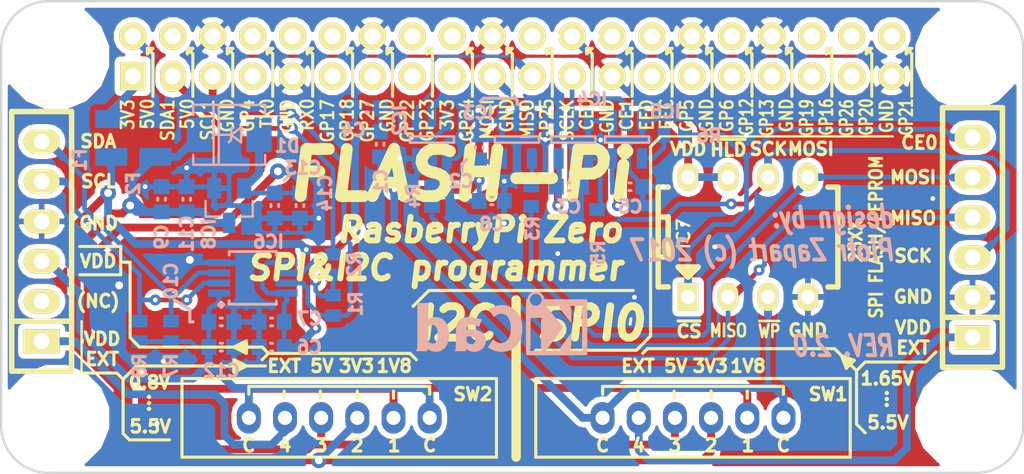
<source format=kicad_pcb>
(kicad_pcb (version 4) (host pcbnew 4.0.7)
  (layers (0 F.Cu signal) (31 B.Cu signal) (34 B.Paste user) (35 F.Paste user) (36 B.SilkS user) (37 F.SilkS user) (38 B.Mask user) (39 F.Mask user) (44 Edge.Cuts user))
  (net 0 "")
  (net 1 /V33)
  (net 2 GND)
  (net 3 /V50)
  (net 4 /V18)
  (net 5 "Net-(F1-Pad2)")
  (net 6 "Net-(F2-Pad1)")
  (net 7 /I2C_SDA)
  (net 8 /I2C_SCL)
  (net 9 /SPI0_MOSI)
  (net 10 /SPI0_MISO)
  (net 11 /SPI0_SCK)
  (net 12 /SPI0_CE0)
  (net 13 /SPI0_CE0_EXT)
  (net 14 /SPI0_SCK_EXT)
  (net 15 /SPI0_MISO_EXT)
  (net 16 /SPI0_MOSI_EXT)
  (net 17 /SCL_EXT)
  (net 18 /SDA_EXT)
  (net 19 /VEXT_I2C)
  (net 20 /VEXT_SPI)
  (net 21 /VCC_SPI)
  (net 22 /VCC_I2C)
  (net 23 "Net-(IC2-Pad2)")
  (net 24 "Net-(IC3-Pad4)")
  (net 25 "Net-(IC4-Pad4)")
  (net 26 "Net-(IC5-Pad4)")
  (module H_logos:KiCad-Logo_Copper_11mmx5mm (layer B.Cu) (at 115.83 93.49 180)
    (fp_text reference G***)
    (fp_text value "KiCad Logo" hide)
    (pad 1 smd circle (at -2.17 1.49 180) (size 0.9 0.9) (layers B.Cu B.Mask))
  )
  (module H_vias:Via0703_GND (layer F.Cu) (at 124.275 91.825)
    (fp_text reference Via0703_GND hide)
    (fp_text value VAL** hide)
    (pad 1 thru_hole circle (at 0 0) (size 0.7 0.7) (drill 0.3) (layers *.Cu) (net 2 GND))
  )
  (module H_vias:Via0703_GND (layer F.Cu) (at 119.4 89.05)
    (fp_text reference Via0703_GND hide)
    (fp_text value VAL** hide)
    (pad 1 thru_hole circle (at 0 0) (size 0.7 0.7) (drill 0.3) (layers *.Cu) (net 2 GND))
  )
  (module H_vias:Via0703_GND (layer F.Cu) (at 113.25 81.55)
    (fp_text reference Via0703_GND hide)
    (fp_text value VAL** hide)
    (pad 1 thru_hole circle (at 0 0) (size 0.7 0.7) (drill 0.3) (layers *.Cu) (net 2 GND))
  )
  (module H_vias:Via0703_GND (layer F.Cu) (at 116 87.125)
    (fp_text reference Via0703_GND hide)
    (fp_text value VAL** hide)
    (pad 1 thru_hole circle (at 0 0) (size 0.7 0.7) (drill 0.3) (layers *.Cu) (net 2 GND))
  )
  (module H_vias:Via0703_GND (layer F.Cu) (at 116 84.45)
    (fp_text reference Via0703_GND hide)
    (fp_text value VAL** hide)
    (pad 1 thru_hole circle (at 0 0) (size 0.7 0.7) (drill 0.3) (layers *.Cu) (net 2 GND))
  )
  (module H_vias:Via0703_GND (layer F.Cu) (at 126.1 84.8)
    (fp_text reference Via0703_GND hide)
    (fp_text value VAL** hide)
    (pad 1 thru_hole circle (at 0 0) (size 0.7 0.7) (drill 0.3) (layers *.Cu) (net 2 GND))
  )
  (module H_vias:Via0703_GND (layer F.Cu) (at 122.125 81.825)
    (fp_text reference Via0703_GND hide)
    (fp_text value VAL** hide)
    (pad 1 thru_hole circle (at 0 0) (size 0.7 0.7) (drill 0.3) (layers *.Cu) (net 2 GND))
  )
  (module H_vias:Via0703_GND (layer F.Cu) (at 118.6 81.8)
    (fp_text reference Via0703_GND hide)
    (fp_text value VAL** hide)
    (pad 1 thru_hole circle (at 0 0) (size 0.7 0.7) (drill 0.3) (layers *.Cu) (net 2 GND))
  )
  (module H_vias:Via0703_GND (layer F.Cu) (at 93.925 99.85)
    (fp_text reference Via0703_GND hide)
    (fp_text value VAL** hide)
    (pad 1 thru_hole circle (at 0 0) (size 0.7 0.7) (drill 0.3) (layers *.Cu) (net 2 GND))
  )
  (module H_vias:Via0703_GND (layer F.Cu) (at 143.25 85.55)
    (fp_text reference Via0703_GND hide)
    (fp_text value VAL** hide)
    (pad 1 thru_hole circle (at 0 0) (size 0.7 0.7) (drill 0.3) (layers *.Cu) (net 2 GND))
  )
  (module H_vias:Via0703_GND (layer F.Cu) (at 131.4 81.55)
    (fp_text reference Via0703_GND hide)
    (fp_text value VAL** hide)
    (pad 1 thru_hole circle (at 0 0) (size 0.7 0.7) (drill 0.3) (layers *.Cu) (net 2 GND))
  )
  (module H_vias:Via0703_GND (layer F.Cu) (at 129.375 88.625)
    (fp_text reference Via0703_GND hide)
    (fp_text value VAL** hide)
    (pad 1 thru_hole circle (at 0 0) (size 0.7 0.7) (drill 0.3) (layers *.Cu) (net 2 GND))
  )
  (module conn-100mil:CONN-100MIL-F-1x6 (layer F.Cu) (at 145.775 88.025 90)
    (fp_text reference P1)
    (fp_text value CONN_01X06)
    (pad 1 thru_hole rect (at -6.35 0 90) (size 1.524 2.286) (drill 1) (layers *.Cu *.Mask F.SilkS) (net 20 /VEXT_SPI))
    (pad 2 thru_hole oval (at -3.81 0 90) (size 1.524 2.286) (drill 1) (layers *.Cu *.Mask F.SilkS) (net 2 GND))
    (pad 3 thru_hole oval (at -1.27 0 90) (size 1.524 2.286) (drill 1) (layers *.Cu *.Mask F.SilkS) (net 14 /SPI0_SCK_EXT))
    (pad 4 thru_hole oval (at 1.27 0 90) (size 1.524 2.286) (drill 1) (layers *.Cu *.Mask F.SilkS) (net 15 /SPI0_MISO_EXT))
    (pad 5 thru_hole oval (at 3.81 0 90) (size 1.524 2.286) (drill 1) (layers *.Cu *.Mask F.SilkS) (net 16 /SPI0_MOSI_EXT))
    (pad 6 thru_hole oval (at 6.35 0 90) (size 1.524 2.286) (drill 1) (layers *.Cu *.Mask F.SilkS) (net 13 /SPI0_CE0_EXT))
  )
  (module H_dev_kits:z_RPiZero_Hat_NPTH (layer F.Cu) (at 116.5 88)
    (fp_text reference IC1)
    (fp_text value RPi_A+_B+_2B_Hat)
    (pad "" np_thru_hole circle (at -29 11.5) (size 2.75 2.75) (drill 2.75) (layers *.Cu *.Mask) (clearance 2))
    (pad "" np_thru_hole circle (at 29 -11.5) (size 2.75 2.75) (drill 2.75) (layers *.Cu *.Mask) (clearance 2))
    (pad "" np_thru_hole circle (at -29 -11.5) (size 2.75 2.75) (drill 2.75) (layers *.Cu *.Mask) (clearance 2))
    (pad "" np_thru_hole circle (at 29 11.5) (size 2.75 2.75) (drill 2.75) (layers *.Cu *.Mask) (clearance 2))
    (pad 1 thru_hole rect (at -24.13 -10.23 180) (size 1.6 1.8) (drill 1.016) (layers *.Cu *.Mask F.SilkS) (net 5 "Net-(F1-Pad2)"))
    (pad 2 thru_hole circle (at -24.13 -12.77 180) (size 1.7272 1.7272) (drill 1.016) (layers *.Cu *.Mask F.SilkS) (net 6 "Net-(F2-Pad1)"))
    (pad 3 thru_hole oval (at -21.59 -10.23 180) (size 1.6 2) (drill 1.016) (layers *.Cu *.Mask F.SilkS) (net 7 /I2C_SDA))
    (pad 4 thru_hole circle (at -21.59 -12.77 180) (size 1.7272 1.7272) (drill 1.016) (layers *.Cu *.Mask F.SilkS))
    (pad 5 thru_hole circle (at -19.05 -10.23 180) (size 1.7272 1.7272) (drill 1.016) (layers *.Cu *.Mask F.SilkS) (net 8 /I2C_SCL))
    (pad 6 thru_hole circle (at -19.05 -12.77 180) (size 1.7272 1.7272) (drill 1.016) (layers *.Cu *.Mask F.SilkS) (net 2 GND))
    (pad 7 thru_hole circle (at -16.51 -10.23 180) (size 1.7272 1.7272) (drill 1.016) (layers *.Cu *.Mask F.SilkS))
    (pad 8 thru_hole circle (at -16.51 -12.77 180) (size 1.7272 1.7272) (drill 1.016) (layers *.Cu *.Mask F.SilkS))
    (pad 9 thru_hole circle (at -13.97 -10.23 180) (size 1.7272 1.7272) (drill 1.016) (layers *.Cu *.Mask F.SilkS) (net 2 GND))
    (pad 10 thru_hole circle (at -13.97 -12.77 180) (size 1.7272 1.7272) (drill 1.016) (layers *.Cu *.Mask F.SilkS))
    (pad 11 thru_hole circle (at -11.43 -10.23 180) (size 1.7272 1.7272) (drill 1.016) (layers *.Cu *.Mask F.SilkS))
    (pad 12 thru_hole circle (at -11.43 -12.77 180) (size 1.7272 1.7272) (drill 1.016) (layers *.Cu *.Mask F.SilkS))
    (pad 13 thru_hole circle (at -8.89 -10.23 180) (size 1.7272 1.7272) (drill 1.016) (layers *.Cu *.Mask F.SilkS))
    (pad 14 thru_hole circle (at -8.89 -12.77 180) (size 1.7272 1.7272) (drill 1.016) (layers *.Cu *.Mask F.SilkS) (net 2 GND))
    (pad 15 thru_hole circle (at -6.35 -10.23 180) (size 1.7272 1.7272) (drill 1.016) (layers *.Cu *.Mask F.SilkS))
    (pad 16 thru_hole circle (at -6.35 -12.77 180) (size 1.7272 1.7272) (drill 1.016) (layers *.Cu *.Mask F.SilkS))
    (pad 17 thru_hole circle (at -3.81 -10.23 180) (size 1.7272 1.7272) (drill 1.016) (layers *.Cu *.Mask F.SilkS))
    (pad 18 thru_hole circle (at -3.81 -12.77 180) (size 1.7272 1.7272) (drill 1.016) (layers *.Cu *.Mask F.SilkS))
    (pad 19 thru_hole circle (at -1.27 -10.23 180) (size 1.7272 1.7272) (drill 1.016) (layers *.Cu *.Mask F.SilkS) (net 9 /SPI0_MOSI))
    (pad 20 thru_hole circle (at -1.27 -12.77 180) (size 1.7272 1.7272) (drill 1.016) (layers *.Cu *.Mask F.SilkS) (net 2 GND))
    (pad 21 thru_hole circle (at 1.27 -10.23 180) (size 1.7272 1.7272) (drill 1.016) (layers *.Cu *.Mask F.SilkS) (net 10 /SPI0_MISO))
    (pad 22 thru_hole circle (at 1.27 -12.77 180) (size 1.7272 1.7272) (drill 1.016) (layers *.Cu *.Mask F.SilkS))
    (pad 23 thru_hole circle (at 3.81 -10.23 180) (size 1.7272 1.7272) (drill 1.016) (layers *.Cu *.Mask F.SilkS) (net 11 /SPI0_SCK))
    (pad 24 thru_hole circle (at 3.81 -12.77 180) (size 1.7272 1.7272) (drill 1.016) (layers *.Cu *.Mask F.SilkS) (net 12 /SPI0_CE0))
    (pad 25 thru_hole circle (at 6.35 -10.23 180) (size 1.7272 1.7272) (drill 1.016) (layers *.Cu *.Mask F.SilkS) (net 2 GND))
    (pad 26 thru_hole circle (at 6.35 -12.77 180) (size 1.7272 1.7272) (drill 1.016) (layers *.Cu *.Mask F.SilkS))
    (pad 27 thru_hole circle (at 8.89 -10.23 180) (size 1.7272 1.7272) (drill 1.016) (layers *.Cu *.Mask F.SilkS))
    (pad 28 thru_hole circle (at 8.89 -12.77 180) (size 1.7272 1.7272) (drill 1.016) (layers *.Cu *.Mask F.SilkS))
    (pad 29 thru_hole circle (at 11.43 -10.23 180) (size 1.7272 1.7272) (drill 1.016) (layers *.Cu *.Mask F.SilkS))
    (pad 30 thru_hole circle (at 11.43 -12.77 180) (size 1.7272 1.7272) (drill 1.016) (layers *.Cu *.Mask F.SilkS) (net 2 GND))
    (pad 31 thru_hole circle (at 13.97 -10.23 180) (size 1.7272 1.7272) (drill 1.016) (layers *.Cu *.Mask F.SilkS))
    (pad 32 thru_hole circle (at 13.97 -12.77 180) (size 1.7272 1.7272) (drill 1.016) (layers *.Cu *.Mask F.SilkS))
    (pad 33 thru_hole circle (at 16.51 -10.23 180) (size 1.7272 1.7272) (drill 1.016) (layers *.Cu *.Mask F.SilkS))
    (pad 34 thru_hole circle (at 16.51 -12.77 180) (size 1.7272 1.7272) (drill 1.016) (layers *.Cu *.Mask F.SilkS) (net 2 GND))
    (pad 35 thru_hole circle (at 19.05 -10.23 180) (size 1.7272 1.7272) (drill 1.016) (layers *.Cu *.Mask F.SilkS))
    (pad 36 thru_hole circle (at 19.05 -12.77 180) (size 1.7272 1.7272) (drill 1.016) (layers *.Cu *.Mask F.SilkS))
    (pad 37 thru_hole circle (at 21.59 -10.23 180) (size 1.7272 1.7272) (drill 1.016) (layers *.Cu *.Mask F.SilkS))
    (pad 38 thru_hole circle (at 21.59 -12.77 180) (size 1.7272 1.7272) (drill 1.016) (layers *.Cu *.Mask F.SilkS))
    (pad 39 thru_hole circle (at 24.13 -10.23 180) (size 1.7272 1.7272) (drill 1.016) (layers *.Cu *.Mask F.SilkS) (net 2 GND))
    (pad 40 thru_hole circle (at 24.13 -12.77 180) (size 1.7272 1.7272) (drill 1.016) (layers *.Cu *.Mask F.SilkS))
  )
  (module H_smd_passives:CAPC_0603_1608X86N (layer B.Cu) (at 94.2 85.6 90)
    (fp_text reference C9 (at -2.4 0 90) (layer B.SilkS) (effects (font (size 0.8 0.8) (thickness 0.2)) (justify mirror)))
    (fp_text value 1u)
    (pad 1 smd rect (at -0.79756 0 90) (size 0.94996 0.99822) (layers B.Cu B.Paste B.Mask) (net 3 /V50))
    (pad 2 smd rect (at 0.79756 0 90) (size 0.94996 0.99822) (layers B.Cu B.Paste B.Mask) (net 2 GND))
  )
  (module H_smd_passives:CAPC_0603_1608X86N (layer B.Cu) (at 95.8 85.6 90)
    (fp_text reference C11 (at -2.2 0 90) (layer B.SilkS) (effects (font (size 0.8 0.8) (thickness 0.2)) (justify mirror)))
    (fp_text value 100n)
    (pad 1 smd rect (at -0.79756 0 90) (size 0.94996 0.99822) (layers B.Cu B.Paste B.Mask) (net 3 /V50))
    (pad 2 smd rect (at 0.79756 0 90) (size 0.94996 0.99822) (layers B.Cu B.Paste B.Mask) (net 2 GND))
  )
  (module H_smd_passives:CAPC_0603_1608X86N (layer B.Cu) (at 101.4 86 270)
    (fp_text reference C13 (at -2.4 -1.8 360) (layer B.SilkS) (effects (font (size 0.8 0.8) (thickness 0.2)) (justify mirror)))
    (fp_text value 100n)
    (pad 1 smd rect (at -0.79756 0 270) (size 0.94996 0.99822) (layers B.Cu B.Paste B.Mask) (net 4 /V18))
    (pad 2 smd rect (at 0.79756 0 270) (size 0.94996 0.99822) (layers B.Cu B.Paste B.Mask) (net 2 GND))
  )
  (module H_smd_passives:CAPC_0603_1608X86N (layer B.Cu) (at 103 86 270)
    (fp_text reference C14 (at -0.8 -1.6 270) (layer B.SilkS) (effects (font (size 0.8 0.8) (thickness 0.2)) (justify mirror)))
    (fp_text value 1u)
    (pad 1 smd rect (at -0.79756 0 270) (size 0.94996 0.99822) (layers B.Cu B.Paste B.Mask) (net 4 /V18))
    (pad 2 smd rect (at 0.79756 0 270) (size 0.94996 0.99822) (layers B.Cu B.Paste B.Mask) (net 2 GND))
  )
  (module H_smd_passives:CAPC_0603_1608X86N (layer B.Cu) (at 108.1 82.1 270)
    (fp_text reference C1 (at 2.375 -0.05 270) (layer B.SilkS) (effects (font (size 0.8 0.8) (thickness 0.2)) (justify mirror)))
    (fp_text value 1u)
    (pad 1 smd rect (at -0.79756 0 270) (size 0.94996 0.99822) (layers B.Cu B.Paste B.Mask) (net 1 /V33))
    (pad 2 smd rect (at 0.79756 0 270) (size 0.94996 0.99822) (layers B.Cu B.Paste B.Mask) (net 2 GND))
  )
  (module H_smd_passives:CAPC_0603_1608X86N (layer B.Cu) (at 114.4 82.3 90)
    (fp_text reference C2 (at -2.15 -1.15 180) (layer B.SilkS) (effects (font (size 0.8 0.8) (thickness 0.2)) (justify mirror)))
    (fp_text value 100n)
    (pad 1 smd rect (at -0.79756 0 90) (size 0.94996 0.99822) (layers B.Cu B.Paste B.Mask) (net 21 /VCC_SPI))
    (pad 2 smd rect (at 0.79756 0 90) (size 0.94996 0.99822) (layers B.Cu B.Paste B.Mask) (net 2 GND))
  )
  (module H_smd_passives:CAPC_0603_1608X86N (layer B.Cu) (at 101.2 95 180)
    (fp_text reference C6 (at -2.4 0 180) (layer B.SilkS) (effects (font (size 0.8 0.8) (thickness 0.2)) (justify mirror)))
    (fp_text value 1u)
    (pad 1 smd rect (at -0.79756 0 180) (size 0.94996 0.99822) (layers B.Cu B.Paste B.Mask) (net 1 /V33))
    (pad 2 smd rect (at 0.79756 0 180) (size 0.94996 0.99822) (layers B.Cu B.Paste B.Mask) (net 2 GND))
  )
  (module H_smd_passives:CAPC_0603_1608X86N (layer B.Cu) (at 101.2 93.4 180)
    (fp_text reference C7 (at -2.4 0.2 180) (layer B.SilkS) (effects (font (size 0.8 0.8) (thickness 0.2)) (justify mirror)))
    (fp_text value 100n)
    (pad 1 smd rect (at -0.79756 0 180) (size 0.94996 0.99822) (layers B.Cu B.Paste B.Mask) (net 1 /V33))
    (pad 2 smd rect (at 0.79756 0 180) (size 0.94996 0.99822) (layers B.Cu B.Paste B.Mask) (net 2 GND))
  )
  (module H_smd_passives:CAPC_0603_1608X86N (layer B.Cu) (at 115.2 85.7)
    (fp_text reference C8 (at 0 1.475) (layer B.SilkS) (effects (font (size 0.8 0.8) (thickness 0.2)) (justify mirror)))
    (fp_text value 1u)
    (pad 1 smd rect (at -0.79756 0) (size 0.94996 0.99822) (layers B.Cu B.Paste B.Mask) (net 21 /VCC_SPI))
    (pad 2 smd rect (at 0.79756 0) (size 0.94996 0.99822) (layers B.Cu B.Paste B.Mask) (net 2 GND))
  )
  (module H_smd_passives:CAPC_0603_1608X86N (layer B.Cu) (at 98 93.4)
    (fp_text reference C10 (at -3.2 -2.6 90) (layer B.SilkS) (effects (font (size 0.8 0.8) (thickness 0.2)) (justify mirror)))
    (fp_text value 100n)
    (pad 1 smd rect (at -0.79756 0) (size 0.94996 0.99822) (layers B.Cu B.Paste B.Mask) (net 22 /VCC_I2C))
    (pad 2 smd rect (at 0.79756 0) (size 0.94996 0.99822) (layers B.Cu B.Paste B.Mask) (net 2 GND))
  )
  (module H_smd_passives:CAPC_0603_1608X86N (layer B.Cu) (at 98 95)
    (fp_text reference C12 (at 0 1.5) (layer B.SilkS) (effects (font (size 0.8 0.8) (thickness 0.2)) (justify mirror)))
    (fp_text value 1u)
    (pad 1 smd rect (at -0.79756 0) (size 0.94996 0.99822) (layers B.Cu B.Paste B.Mask) (net 22 /VCC_I2C))
    (pad 2 smd rect (at 0.79756 0) (size 0.94996 0.99822) (layers B.Cu B.Paste B.Mask) (net 2 GND))
  )
  (module H_diodes:DO-214-AC_SMA (layer B.Cu) (at 98.5 81.5 180)
    (fp_text reference D1 (at -3.7 -0.7 180) (layer B.SilkS) (effects (font (size 0.8 0.8) (thickness 0.2)) (justify mirror)))
    (fp_text value SS14)
    (pad 1 smd rect (at -1.89992 0 180) (size 1.6002 2.19964) (layers B.Cu B.Paste B.Mask) (net 4 /V18))
    (pad 2 smd rect (at 1.89992 0 180) (size 1.6002 2.19964) (layers B.Cu B.Paste B.Mask) (net 3 /V50))
  )
  (module H_Fuses:Fuse_SMD1206_Reflow (layer B.Cu) (at 91 81.7 90)
    (fp_text reference F1 (at -1.4 -2 90) (layer B.SilkS) (effects (font (size 0.8 0.8) (thickness 0.2)) (justify mirror)))
    (fp_text value 50mA)
    (pad 1 smd rect (at -1.20396 0) (size 2.02946 1.14046) (layers B.Cu B.Paste B.Mask) (net 1 /V33))
    (pad 2 smd rect (at 1.20396 0) (size 2.02946 1.14046) (layers B.Cu B.Paste B.Mask) (net 5 "Net-(F1-Pad2)"))
  )
  (module H_Fuses:Fuse_SMD1206_Reflow (layer B.Cu) (at 93.8 81.7 270)
    (fp_text reference F2 (at 2.9 1.4 270) (layer B.SilkS) (effects (font (size 0.8 0.8) (thickness 0.2)) (justify mirror)))
    (fp_text value 100mA)
    (pad 1 smd rect (at -1.20396 0 180) (size 2.02946 1.14046) (layers B.Cu B.Paste B.Mask) (net 6 "Net-(F2-Pad1)"))
    (pad 2 smd rect (at 1.20396 0 180) (size 2.02946 1.14046) (layers B.Cu B.Paste B.Mask) (net 3 /V50))
  )
  (module H_SOT:SOT-23 (layer B.Cu) (at 98.5 86 270)
    (fp_text reference IC8 (at 1.8 1.3 450) (layer B.SilkS) (effects (font (size 0.8 0.8) (thickness 0.2)) (justify mirror)))
    (fp_text value MCP1700T-1802E/TT)
    (pad 1 smd rect (at -1.1 0.95 270) (size 1.3 0.9) (layers B.Cu B.Paste B.Mask) (net 2 GND))
    (pad 2 smd rect (at -1.1 -0.95 270) (size 1.3 0.9) (layers B.Cu B.Paste B.Mask) (net 4 /V18))
    (pad 3 smd rect (at 1.1 0 270) (size 1.3 0.8) (layers B.Cu B.Paste B.Mask) (net 3 /V50))
  )
  (module IPC7351-Nominal:SOP65P490X110-8AN (layer B.Cu) (at 100 90.6)
    (fp_text reference IC6 (at 1 -2.3) (layer B.SilkS) (effects (font (size 0.8 0.8) (thickness 0.2)) (justify mirror)))
    (fp_text value PCA9617A)
    (pad 1 smd rect (at -2.14884 0.97282) (size 1.39954 0.44958) (layers B.Cu B.Paste B.Mask) (net 22 /VCC_I2C))
    (pad 2 smd rect (at -2.14884 0.32258) (size 1.39954 0.44958) (layers B.Cu B.Paste B.Mask) (net 17 /SCL_EXT))
    (pad 3 smd rect (at -2.14884 -0.32258) (size 1.39954 0.44958) (layers B.Cu B.Paste B.Mask) (net 18 /SDA_EXT))
    (pad 4 smd rect (at -2.14884 -0.97282) (size 1.39954 0.44958) (layers B.Cu B.Paste B.Mask) (net 2 GND))
    (pad 5 smd rect (at 2.14884 -0.97282) (size 1.39954 0.44958) (layers B.Cu B.Paste B.Mask) (net 1 /V33))
    (pad 6 smd rect (at 2.14884 -0.32258) (size 1.39954 0.44958) (layers B.Cu B.Paste B.Mask) (net 7 /I2C_SDA))
    (pad 7 smd rect (at 2.14884 0.32258) (size 1.39954 0.44958) (layers B.Cu B.Paste B.Mask) (net 8 /I2C_SCL))
    (pad 8 smd rect (at 2.14884 0.97282) (size 1.39954 0.44958) (layers B.Cu B.Paste B.Mask) (net 1 /V33))
  )
  (module H_PDIP:DIP-8 (layer F.Cu) (at 131.5 88 90)
    (fp_text reference IC7 (at 0.2 -4.1 90) (layer F.SilkS) (effects (font (size 0.8 0.8))))
    (fp_text value 25LC_EEPROM)
    (pad 1 thru_hole rect (at -3.81 -3.81 90) (size 1.778 1.3) (drill 0.9) (layers *.Cu *.Mask F.SilkS) (net 13 /SPI0_CE0_EXT))
    (pad 2 thru_hole oval (at -3.81 -1.27 90) (size 1.778 1.3) (drill 0.9) (layers *.Cu *.Mask F.SilkS) (net 15 /SPI0_MISO_EXT))
    (pad 3 thru_hole oval (at -3.81 1.27 90) (size 1.778 1.3) (drill 0.9) (layers *.Cu *.Mask F.SilkS) (net 21 /VCC_SPI))
    (pad 4 thru_hole oval (at -3.81 3.81 90) (size 1.778 1.3) (drill 0.9) (layers *.Cu *.Mask F.SilkS) (net 2 GND))
    (pad 5 thru_hole oval (at 3.81 3.81 90) (size 1.778 1.3) (drill 0.9) (layers *.Cu *.Mask F.SilkS) (net 16 /SPI0_MOSI_EXT))
    (pad 6 thru_hole oval (at 3.81 1.27 90) (size 1.778 1.3) (drill 0.9) (layers *.Cu *.Mask F.SilkS) (net 14 /SPI0_SCK_EXT))
    (pad 7 thru_hole oval (at 3.81 -1.27 90) (size 1.778 1.3) (drill 0.9) (layers *.Cu *.Mask F.SilkS) (net 21 /VCC_SPI))
    (pad 8 thru_hole oval (at 3.81 -3.81 90) (size 1.778 1.3) (drill 0.9) (layers *.Cu *.Mask F.SilkS) (net 21 /VCC_SPI))
  )
  (module H_switches:SLB1470_1P4T_slideSW (layer F.Cu) (at 128 99.5 180)
    (fp_text reference SW1 (at -8.6 1.5 180) (layer F.SilkS) (effects (font (size 0.8 0.8) (thickness 0.2))))
    (fp_text value 1P4T_generic_switch hide)
    (fp_text user C (at -5.75 -1.75 180) (layer F.SilkS) (effects (font (size 0.8 0.8) (thickness 0.2))))
    (fp_text user C (at 5.75 -1.75 180) (layer F.SilkS) (effects (font (size 0.8 0.8) (thickness 0.2))))
    (fp_text user 1 (at -3.5 -1.75 180) (layer F.SilkS) (effects (font (size 0.8 0.8) (thickness 0.2))))
    (fp_text user 2 (at -1.15 -1.75 180) (layer F.SilkS) (effects (font (size 0.8 0.8) (thickness 0.2))))
    (fp_text user 3 (at 1.15 -1.75 180) (layer F.SilkS) (effects (font (size 0.8 0.8) (thickness 0.2))))
    (fp_text user 4 (at 3.45 -1.75 180) (layer F.SilkS) (effects (font (size 0.8 0.8) (thickness 0.2))))
    (pad 4 thru_hole oval (at 1.15 0 180) (size 1.524 2) (drill 0.9) (layers *.Cu *.Mask) (net 3 /V50))
    (pad 3 thru_hole oval (at -1.15 0 180) (size 1.524 2) (drill 0.9) (layers *.Cu *.Mask) (net 1 /V33))
    (pad 5 thru_hole oval (at 3.45 0 180) (size 1.524 2) (drill 0.9) (layers *.Cu *.Mask) (net 20 /VEXT_SPI))
    (pad 1 thru_hole oval (at 5.75 0 180) (size 1.524 2) (drill 0.9) (layers *.Cu *.Mask) (net 21 /VCC_SPI))
    (pad 1 thru_hole oval (at -5.75 0 180) (size 1.524 2) (drill 0.9) (layers *.Cu *.Mask) (net 21 /VCC_SPI))
    (pad 2 thru_hole oval (at -3.45 0 180) (size 1.524 2) (drill 0.9) (layers *.Cu *.Mask) (net 4 /V18))
  )
  (module H_switches:SLB1470_1P4T_slideSW (layer F.Cu) (at 105.5 99.5 180)
    (fp_text reference SW2 (at -8.5 1.5 180) (layer F.SilkS) (effects (font (size 0.8 0.8) (thickness 0.2))))
    (fp_text value 1P4T_generic_switch hide)
    (fp_text user C (at -5.75 -1.75 180) (layer F.SilkS) (effects (font (size 0.8 0.8) (thickness 0.2))))
    (fp_text user C (at 5.75 -1.75 180) (layer F.SilkS) (effects (font (size 0.8 0.8) (thickness 0.2))))
    (fp_text user 1 (at -3.5 -1.75 180) (layer F.SilkS) (effects (font (size 0.8 0.8) (thickness 0.2))))
    (fp_text user 2 (at -1.15 -1.75 180) (layer F.SilkS) (effects (font (size 0.8 0.8) (thickness 0.2))))
    (fp_text user 3 (at 1.15 -1.75 180) (layer F.SilkS) (effects (font (size 0.8 0.8) (thickness 0.2))))
    (fp_text user 4 (at 3.45 -1.75 180) (layer F.SilkS) (effects (font (size 0.8 0.8) (thickness 0.2))))
    (pad 4 thru_hole oval (at 1.15 0 180) (size 1.524 2) (drill 0.9) (layers *.Cu *.Mask) (net 3 /V50))
    (pad 3 thru_hole oval (at -1.15 0 180) (size 1.524 2) (drill 0.9) (layers *.Cu *.Mask) (net 1 /V33))
    (pad 5 thru_hole oval (at 3.45 0 180) (size 1.524 2) (drill 0.9) (layers *.Cu *.Mask) (net 19 /VEXT_I2C))
    (pad 1 thru_hole oval (at 5.75 0 180) (size 1.524 2) (drill 0.9) (layers *.Cu *.Mask) (net 22 /VCC_I2C))
    (pad 1 thru_hole oval (at -5.75 0 180) (size 1.524 2) (drill 0.9) (layers *.Cu *.Mask) (net 22 /VCC_I2C))
    (pad 2 thru_hole oval (at -3.45 0 180) (size 1.524 2) (drill 0.9) (layers *.Cu *.Mask) (net 4 /V18))
  )
  (module H_smd_passives:RESC_0603_1508X63N (layer B.Cu) (at 105.1 92.35 270)
    (fp_text reference R1 (at -0.1 -1.45 270) (layer B.SilkS) (effects (font (size 0.8 0.8) (thickness 0.2)) (justify mirror)))
    (fp_text value 1k5)
    (pad 1 smd rect (at -0.6477 0 270) (size 0.79756 0.99822) (layers B.Cu B.Paste B.Mask) (net 1 /V33))
    (pad 2 smd rect (at 0.6477 0 270) (size 0.79756 0.99822) (layers B.Cu B.Paste B.Mask) (net 8 /I2C_SCL))
  )
  (module H_smd_passives:RESC_0603_1508X63N (layer B.Cu) (at 105.1 89.75 90)
    (fp_text reference R2 (at 0 1.35 90) (layer B.SilkS) (effects (font (size 0.8 0.8) (thickness 0.2)) (justify mirror)))
    (fp_text value 1k5)
    (pad 1 smd rect (at -0.6477 0 90) (size 0.79756 0.99822) (layers B.Cu B.Paste B.Mask) (net 1 /V33))
    (pad 2 smd rect (at 0.6477 0 90) (size 0.79756 0.99822) (layers B.Cu B.Paste B.Mask) (net 7 /I2C_SDA))
  )
  (module H_smd_passives:RESC_0603_1508X63N (layer B.Cu) (at 94.8 94 270)
    (fp_text reference R7 (at 2.2 0 270) (layer B.SilkS) (effects (font (size 0.8 0.8) (thickness 0.2)) (justify mirror)))
    (fp_text value 1k5)
    (pad 1 smd rect (at -0.6477 0 270) (size 0.79756 0.99822) (layers B.Cu B.Paste B.Mask) (net 18 /SDA_EXT))
    (pad 2 smd rect (at 0.6477 0 270) (size 0.79756 0.99822) (layers B.Cu B.Paste B.Mask) (net 22 /VCC_I2C))
  )
  (module H_smd_passives:RESC_0603_1508X63N (layer B.Cu) (at 92.8 94 270)
    (fp_text reference R8 (at 2.2 0 270) (layer B.SilkS) (effects (font (size 0.8 0.8) (thickness 0.2)) (justify mirror)))
    (fp_text value 1k5)
    (pad 1 smd rect (at -0.6477 0 270) (size 0.79756 0.99822) (layers B.Cu B.Paste B.Mask) (net 17 /SCL_EXT))
    (pad 2 smd rect (at 0.6477 0 270) (size 0.79756 0.99822) (layers B.Cu B.Paste B.Mask) (net 22 /VCC_I2C))
  )
  (module conn-100mil:CONN-100MIL-F-1x6 (layer F.Cu) (at 86.575 88.275 90)
    (fp_text reference P2 hide)
    (fp_text value CONN_01X06)
    (pad 1 thru_hole rect (at -6.35 0 90) (size 1.524 2.286) (drill 1) (layers *.Cu *.Mask F.SilkS) (net 19 /VEXT_I2C))
    (pad 2 thru_hole oval (at -3.81 0 90) (size 1.524 2.286) (drill 1) (layers *.Cu *.Mask F.SilkS))
    (pad 3 thru_hole oval (at -1.27 0 90) (size 1.524 2.286) (drill 1) (layers *.Cu *.Mask F.SilkS) (net 22 /VCC_I2C))
    (pad 4 thru_hole oval (at 1.27 0 90) (size 1.524 2.286) (drill 1) (layers *.Cu *.Mask F.SilkS) (net 2 GND))
    (pad 5 thru_hole oval (at 3.81 0 90) (size 1.524 2.286) (drill 1) (layers *.Cu *.Mask F.SilkS) (net 17 /SCL_EXT))
    (pad 6 thru_hole oval (at 6.35 0 90) (size 1.524 2.286) (drill 1) (layers *.Cu *.Mask F.SilkS) (net 18 /SDA_EXT))
  )
  (module H_smd_passives:CAPC_0603_1608X86N (layer B.Cu) (at 120.1 84.8)
    (fp_text reference C3 (at 0 1.27) (layer B.SilkS) (effects (font (size 0.8 0.8) (thickness 0.2)) (justify mirror)))
    (fp_text value 100n)
    (pad 1 smd rect (at -0.79756 0) (size 0.94996 0.99822) (layers B.Cu B.Paste B.Mask) (net 21 /VCC_SPI))
    (pad 2 smd rect (at 0.79756 0) (size 0.94996 0.99822) (layers B.Cu B.Paste B.Mask) (net 2 GND))
  )
  (module H_smd_passives:CAPC_0603_1608X86N (layer B.Cu) (at 107.3 79.8 180)
    (fp_text reference C4 (at 0.9 -1.4 180) (layer B.SilkS) (effects (font (size 0.8 0.8) (thickness 0.2)) (justify mirror)))
    (fp_text value 100n)
    (pad 1 smd rect (at -0.79756 0 180) (size 0.94996 0.99822) (layers B.Cu B.Paste B.Mask) (net 1 /V33))
    (pad 2 smd rect (at 0.79756 0 180) (size 0.94996 0.99822) (layers B.Cu B.Paste B.Mask) (net 2 GND))
  )
  (module H_smd_passives:CAPC_0603_1608X86N (layer B.Cu) (at 124 84.8)
    (fp_text reference C5 (at 0 1.27) (layer B.SilkS) (effects (font (size 0.8 0.8) (thickness 0.2)) (justify mirror)))
    (fp_text value 100n)
    (pad 1 smd rect (at -0.79756 0) (size 0.94996 0.99822) (layers B.Cu B.Paste B.Mask) (net 21 /VCC_SPI))
    (pad 2 smd rect (at 0.79756 0) (size 0.94996 0.99822) (layers B.Cu B.Paste B.Mask) (net 2 GND))
  )
  (module H_SOT:SOT23-5 (layer B.Cu) (at 111.4 81.8)
    (fp_text reference IC2 (at -2.05 -1.225 90) (layer B.SilkS) (effects (font (size 0.8 0.8) (thickness 0.2)) (justify mirror)))
    (fp_text value SN74LV1T125_SOT23_5)
    (pad 2 smd rect (at 0 1.2) (size 0.65 1.3) (layers B.Cu B.Paste B.Mask) (net 23 "Net-(IC2-Pad2)"))
    (pad 1 smd rect (at 0.95 1.2) (size 0.65 1.3) (layers B.Cu B.Paste B.Mask) (net 2 GND))
    (pad 3 smd rect (at -0.95 1.2) (size 0.65 1.3) (layers B.Cu B.Paste B.Mask) (net 2 GND))
    (pad 4 smd rect (at -0.95 -1.2) (size 0.65 1.3) (layers B.Cu B.Paste B.Mask) (net 10 /SPI0_MISO))
    (pad 5 smd rect (at 0.95 -1.2) (size 0.65 1.3) (layers B.Cu B.Paste B.Mask) (net 1 /V33))
  )
  (module H_SOT:SOT23-5 (layer B.Cu) (at 116.8 81.8 180)
    (fp_text reference IC3 (at 2.475 1.7 180) (layer B.SilkS) (effects (font (size 0.8 0.8) (thickness 0.2)) (justify mirror)))
    (fp_text value SN74LV1T125_SOT23_5)
    (pad 2 smd rect (at 0 1.2 180) (size 0.65 1.3) (layers B.Cu B.Paste B.Mask) (net 9 /SPI0_MOSI))
    (pad 1 smd rect (at 0.95 1.2 180) (size 0.65 1.3) (layers B.Cu B.Paste B.Mask) (net 2 GND))
    (pad 3 smd rect (at -0.95 1.2 180) (size 0.65 1.3) (layers B.Cu B.Paste B.Mask) (net 2 GND))
    (pad 4 smd rect (at -0.95 -1.2 180) (size 0.65 1.3) (layers B.Cu B.Paste B.Mask) (net 24 "Net-(IC3-Pad4)"))
    (pad 5 smd rect (at 0.95 -1.2 180) (size 0.65 1.3) (layers B.Cu B.Paste B.Mask) (net 21 /VCC_SPI))
  )
  (module H_SOT:SOT23-5 (layer B.Cu) (at 123.8 81.8 180)
    (fp_text reference IC5 (at -2.45 1.775 180) (layer B.SilkS) (effects (font (size 0.8 0.8) (thickness 0.2)) (justify mirror)))
    (fp_text value SN74LV1T125_SOT23_5)
    (pad 2 smd rect (at 0 1.2 180) (size 0.65 1.3) (layers B.Cu B.Paste B.Mask) (net 12 /SPI0_CE0))
    (pad 1 smd rect (at 0.95 1.2 180) (size 0.65 1.3) (layers B.Cu B.Paste B.Mask) (net 2 GND))
    (pad 3 smd rect (at -0.95 1.2 180) (size 0.65 1.3) (layers B.Cu B.Paste B.Mask) (net 2 GND))
    (pad 4 smd rect (at -0.95 -1.2 180) (size 0.65 1.3) (layers B.Cu B.Paste B.Mask) (net 26 "Net-(IC5-Pad4)"))
    (pad 5 smd rect (at 0.95 -1.2 180) (size 0.65 1.3) (layers B.Cu B.Paste B.Mask) (net 21 /VCC_SPI))
  )
  (module H_SOT:SOT23-5 (layer B.Cu) (at 120.4 81.8 180)
    (fp_text reference IC4 (at -1.175 2.575 180) (layer B.SilkS) (effects (font (size 0.8 0.8) (thickness 0.2)) (justify mirror)))
    (fp_text value SN74LV1T125_SOT23_5)
    (pad 2 smd rect (at 0 1.2 180) (size 0.65 1.3) (layers B.Cu B.Paste B.Mask) (net 11 /SPI0_SCK))
    (pad 1 smd rect (at 0.95 1.2 180) (size 0.65 1.3) (layers B.Cu B.Paste B.Mask) (net 2 GND))
    (pad 3 smd rect (at -0.95 1.2 180) (size 0.65 1.3) (layers B.Cu B.Paste B.Mask) (net 2 GND))
    (pad 4 smd rect (at -0.95 -1.2 180) (size 0.65 1.3) (layers B.Cu B.Paste B.Mask) (net 25 "Net-(IC4-Pad4)"))
    (pad 5 smd rect (at 0.95 -1.2 180) (size 0.65 1.3) (layers B.Cu B.Paste B.Mask) (net 21 /VCC_SPI))
  )
  (module H_smd_passives:RESC_0603_1508X63N (layer B.Cu) (at 117.7 85.4 90)
    (fp_text reference R3 (at -2.05 0.1 90) (layer B.SilkS) (effects (font (size 0.8 0.8) (thickness 0.2)) (justify mirror)))
    (fp_text value 33R)
    (pad 1 smd rect (at -0.6477 0 90) (size 0.79756 0.99822) (layers B.Cu B.Paste B.Mask) (net 16 /SPI0_MOSI_EXT))
    (pad 2 smd rect (at 0.6477 0 90) (size 0.79756 0.99822) (layers B.Cu B.Paste B.Mask) (net 24 "Net-(IC3-Pad4)"))
  )
  (module H_smd_passives:RESC_0603_1508X63N (layer B.Cu) (at 111.4 85.4 90)
    (fp_text reference R4 (at 0.025 -1.2 90) (layer B.SilkS) (effects (font (size 0.8 0.8) (thickness 0.2)) (justify mirror)))
    (fp_text value 33R)
    (pad 1 smd rect (at -0.6477 0 90) (size 0.79756 0.99822) (layers B.Cu B.Paste B.Mask) (net 15 /SPI0_MISO_EXT))
    (pad 2 smd rect (at 0.6477 0 90) (size 0.79756 0.99822) (layers B.Cu B.Paste B.Mask) (net 23 "Net-(IC2-Pad2)"))
  )
  (module H_smd_passives:RESC_0603_1508X63N (layer B.Cu) (at 121.9 86.9 90)
    (fp_text reference R5 (at -2.1 0.075 90) (layer B.SilkS) (effects (font (size 0.8 0.8) (thickness 0.2)) (justify mirror)))
    (fp_text value 33R)
    (pad 1 smd rect (at -0.6477 0 90) (size 0.79756 0.99822) (layers B.Cu B.Paste B.Mask) (net 14 /SPI0_SCK_EXT))
    (pad 2 smd rect (at 0.6477 0 90) (size 0.79756 0.99822) (layers B.Cu B.Paste B.Mask) (net 25 "Net-(IC4-Pad4)"))
  )
  (module H_smd_passives:RESC_0603_1508X63N (layer B.Cu) (at 126.8 81.5 180)
    (fp_text reference R6 (at -2.225 -0.05 180) (layer B.SilkS) (effects (font (size 0.8 0.8) (thickness 0.2)) (justify mirror)))
    (fp_text value 33R)
    (pad 1 smd rect (at -0.6477 0 180) (size 0.79756 0.99822) (layers B.Cu B.Paste B.Mask) (net 13 /SPI0_CE0_EXT))
    (pad 2 smd rect (at 0.6477 0 180) (size 0.79756 0.99822) (layers B.Cu B.Paste B.Mask) (net 26 "Net-(IC5-Pad4)"))
  )
  (module H_vias:Via0703_GND (layer F.Cu) (at 127.325 87.2)
    (fp_text reference Via0703_GND hide)
    (fp_text value VAL** hide)
    (pad 1 thru_hole circle (at 0 0) (size 0.7 0.7) (drill 0.3) (layers *.Cu) (net 2 GND))
  )
  (gr_text "REV. 2.0" (at 140.975 94.925) (layer B.SilkS) (effects (font (size 1.3 1) (thickness 0.25) italic) (justify left mirror)))
  (gr_line (start 114.675 79.175) (end 114.475 79.375) (layer B.SilkS) (width 0.2))
  (gr_line (start 116.675 79.175) (end 114.675 79.175) (layer B.SilkS) (width 0.2))
  (gr_line (start 116.825 79.325) (end 116.675 79.175) (layer B.SilkS) (width 0.2))
  (gr_line (start 116.825 79.575) (end 116.825 79.325) (layer B.SilkS) (width 0.2))
  (gr_line (start 113.6 83.075) (end 113.325 83.35) (layer B.SilkS) (width 0.2))
  (gr_line (start 113.325 83.825) (end 113.325 83.35) (layer B.SilkS) (width 0.2))
  (gr_line (start 138.14864 95.94603) (end 137.54864 95.64603) (layer F.SilkS) (width 0.2))
  (gr_line (start 137.44864 95.54603) (end 137.84864 96.14603) (layer F.SilkS) (width 0.2))
  (gr_line (start 138.24864 95.84603) (end 137.44864 95.54603) (layer F.SilkS) (width 0.2))
  (gr_line (start 137.74864 96.34603) (end 138.24864 95.84603) (layer F.SilkS) (width 0.2))
  (gr_line (start 137.44864 95.54603) (end 137.74864 96.34603) (layer F.SilkS) (width 0.2))
  (gr_line (start 124.8 95.4) (end 125.1 95.1) (layer F.SilkS) (width 0.2))
  (gr_line (start 137 95.1) (end 125.1 95.1) (layer F.SilkS) (width 0.2))
  (gr_line (start 138.4 96.5) (end 137 95.1) (layer F.SilkS) (width 0.2))
  (gr_line (start 99.4 96.2) (end 98.8 96.4) (layer F.SilkS) (width 0.2))
  (gr_line (start 98.8 96) (end 99.4 96.2) (layer F.SilkS) (width 0.2))
  (gr_line (start 98.8 96.6) (end 99.6 96.2) (layer F.SilkS) (width 0.2))
  (gr_line (start 98.8 95.8) (end 98.8 96.6) (layer F.SilkS) (width 0.2))
  (gr_line (start 99.6 96.2) (end 98.8 95.8) (layer F.SilkS) (width 0.2))
  (gr_line (start 99.2 95) (end 99.6 95.2) (layer F.SilkS) (width 0.2))
  (gr_line (start 99.6 94.8) (end 99.2 95) (layer F.SilkS) (width 0.2))
  (gr_line (start 99.6 95.4) (end 98.8 95) (layer F.SilkS) (width 0.2))
  (gr_line (start 99.6 94.6) (end 99.6 95.4) (layer F.SilkS) (width 0.2))
  (gr_line (start 98.8 95) (end 99.6 94.6) (layer F.SilkS) (width 0.2))
  (gr_line (start 91.6 89.6) (end 91.6 89.6) (layer F.SilkS) (width 0.2))
  (gr_line (start 91.6 90.4) (end 91.6 89.6) (layer F.SilkS) (width 0.2))
  (gr_line (start 89 90.4) (end 91.6 90.4) (layer F.SilkS) (width 0.2))
  (gr_line (start 89 88.6) (end 89 88.6) (layer F.SilkS) (width 0.2))
  (gr_line (start 91.6 88.6) (end 89 88.6) (layer F.SilkS) (width 0.2))
  (gr_line (start 91.6 88.8) (end 91.6 88.6) (layer F.SilkS) (width 0.2))
  (gr_line (start 91.6 89.6) (end 91.6 88.8) (layer F.SilkS) (width 0.2))
  (gr_line (start 92.2 89.6) (end 91.6 89.6) (layer F.SilkS) (width 0.2))
  (gr_line (start 92.2 94.4) (end 92.2 89.6) (layer F.SilkS) (width 0.2))
  (gr_line (start 92.8 95) (end 92.2 94.4) (layer F.SilkS) (width 0.2))
  (gr_line (start 100.6 95) (end 92.8 95) (layer F.SilkS) (width 0.2))
  (gr_line (start 101 95.4) (end 100.6 95) (layer F.SilkS) (width 0.2))
  (gr_line (start 100.6 95.8) (end 100.6 95.8) (layer F.SilkS) (width 0.2))
  (gr_line (start 101 95.4) (end 100.6 95.8) (layer F.SilkS) (width 0.2))
  (gr_line (start 110 95.4) (end 101 95.4) (layer F.SilkS) (width 0.2))
  (gr_line (start 110.4 95.8) (end 110 95.4) (layer F.SilkS) (width 0.2))
  (gr_line (start 91.8 97) (end 91.8 97) (layer F.SilkS) (width 0.2))
  (gr_line (start 92.6 96.2) (end 91.8 97) (layer F.SilkS) (width 0.2))
  (gr_line (start 100.8 96.2) (end 92.6 96.2) (layer F.SilkS) (width 0.2))
  (gr_line (start 102.4 84) (end 102 84.4) (layer B.SilkS) (width 0.2))
  (gr_text GND (at 140.31 79.15 90) (layer F.SilkS) (effects (font (size 0.8 0.7)) (justify right)))
  (gr_text GP21 (at 141.56 79.1 90) (layer F.SilkS) (effects (font (size 0.8 0.6)) (justify right)))
  (gr_text GP26 (at 137.77 79.15 90) (layer F.SilkS) (effects (font (size 0.8 0.6)) (justify right)))
  (gr_text GP20 (at 139.02 79.1 90) (layer F.SilkS) (effects (font (size 0.8 0.6)) (justify right)))
  (gr_text GP19 (at 135.23 79.15 90) (layer F.SilkS) (effects (font (size 0.8 0.6)) (justify right)))
  (gr_text GP16 (at 136.48 79.1 90) (layer F.SilkS) (effects (font (size 0.8 0.6)) (justify right)))
  (gr_text GP13 (at 132.69 79.15 90) (layer F.SilkS) (effects (font (size 0.8 0.6)) (justify right)))
  (gr_text GND (at 133.94 79.1 90) (layer F.SilkS) (effects (font (size 0.8 0.7)) (justify right)))
  (gr_text GP6 (at 130.15 79.15 90) (layer F.SilkS) (effects (font (size 0.8 0.7)) (justify right)))
  (gr_text GP12 (at 131.4 79.1 90) (layer F.SilkS) (effects (font (size 0.8 0.6)) (justify right)))
  (gr_text GP5 (at 127.61 79.15 90) (layer F.SilkS) (effects (font (size 0.8 0.7)) (justify right)))
  (gr_text GND (at 128.86 79.1 90) (layer F.SilkS) (effects (font (size 0.8 0.7)) (justify right)))
  (gr_text EED (at 125.07 79.15 90) (layer F.SilkS) (effects (font (size 0.8 0.7)) (justify right)))
  (gr_text EEC (at 126.32 79.1 90) (layer F.SilkS) (effects (font (size 0.8 0.7)) (justify right)))
  (gr_text GND (at 122.53 79.15 90) (layer F.SilkS) (effects (font (size 0.8 0.7)) (justify right)))
  (gr_text CE1 (at 123.78 79.1 90) (layer F.SilkS) (effects (font (size 0.8 0.7)) (justify right)))
  (gr_text SCLK (at 119.99 79.15 90) (layer F.SilkS) (effects (font (size 0.8 0.7)) (justify right)))
  (gr_text CE0 (at 121.24 79.1 90) (layer F.SilkS) (effects (font (size 0.8 0.7)) (justify right)))
  (gr_text MISO (at 117.45 79.15 90) (layer F.SilkS) (effects (font (size 0.8 0.7)) (justify right)))
  (gr_text GP25 (at 118.7 79.1 90) (layer F.SilkS) (effects (font (size 0.8 0.7)) (justify right)))
  (gr_text MOSI (at 114.91 79.15 90) (layer F.SilkS) (effects (font (size 0.8 0.7)) (justify right)))
  (gr_text GND (at 116.16 79.1 90) (layer F.SilkS) (effects (font (size 0.8 0.7)) (justify right)))
  (gr_text 3V3 (at 112.37 79.15 90) (layer F.SilkS) (effects (font (size 0.8 0.7)) (justify right)))
  (gr_text GP24 (at 113.62 79.1 90) (layer F.SilkS) (effects (font (size 0.8 0.7)) (justify right)))
  (gr_text GP22 (at 109.83 79.15 90) (layer F.SilkS) (effects (font (size 0.8 0.7)) (justify right)))
  (gr_text GP23 (at 111.08 79.1 90) (layer F.SilkS) (effects (font (size 0.8 0.7)) (justify right)))
  (gr_text GP27 (at 107.29 79.15 90) (layer F.SilkS) (effects (font (size 0.8 0.7)) (justify right)))
  (gr_text GND (at 108.54 79.1 90) (layer F.SilkS) (effects (font (size 0.8 0.7)) (justify right)))
  (gr_text GP17 (at 104.75 79.15 90) (layer F.SilkS) (effects (font (size 0.8 0.7)) (justify right)))
  (gr_text GP18 (at 106 79.1 90) (layer F.SilkS) (effects (font (size 0.8 0.7)) (justify right)))
  (gr_text GND (at 102.21 79.15 90) (layer F.SilkS) (effects (font (size 0.8 0.7)) (justify right)))
  (gr_text RX0 (at 103.46 79.1 90) (layer F.SilkS) (effects (font (size 0.8 0.7)) (justify right)))
  (gr_text GP4 (at 99.67 79.15 90) (layer F.SilkS) (effects (font (size 0.8 0.7)) (justify right)))
  (gr_text TX0 (at 100.92 79.1 90) (layer F.SilkS) (effects (font (size 0.8 0.7)) (justify right)))
  (gr_text SCL1 (at 97.13 79.15 90) (layer F.SilkS) (effects (font (size 0.8 0.7)) (justify right)))
  (gr_text GND (at 98.38 79.1 90) (layer F.SilkS) (effects (font (size 0.8 0.7)) (justify right)))
  (gr_text SDA1 (at 94.59 79.15 90) (layer F.SilkS) (effects (font (size 0.8 0.7)) (justify right)))
  (gr_text 5V0 (at 95.84 79.1 90) (layer F.SilkS) (effects (font (size 0.8 0.7)) (justify right)))
  (gr_line (start 141.91 79.05) (end 141.91 76.35) (layer F.SilkS) (width 0.2))
  (gr_line (start 141.91 76.35) (end 141.56 76) (layer F.SilkS) (width 0.2))
  (gr_line (start 141.56 76) (end 141.91 76) (layer F.SilkS) (width 0.2))
  (gr_line (start 141.56 76.35) (end 141.56 76) (layer F.SilkS) (width 0.2))
  (gr_line (start 141.91 76) (end 141.56 76.35) (layer F.SilkS) (width 0.2))
  (gr_line (start 139.37 79.05) (end 139.37 76.35) (layer F.SilkS) (width 0.2))
  (gr_line (start 139.37 76.35) (end 139.02 76) (layer F.SilkS) (width 0.2))
  (gr_line (start 139.02 76) (end 139.37 76) (layer F.SilkS) (width 0.2))
  (gr_line (start 139.02 76.35) (end 139.02 76) (layer F.SilkS) (width 0.2))
  (gr_line (start 139.37 76) (end 139.02 76.35) (layer F.SilkS) (width 0.2))
  (gr_line (start 136.83 79.05) (end 136.83 76.35) (layer F.SilkS) (width 0.2))
  (gr_line (start 136.83 76.35) (end 136.48 76) (layer F.SilkS) (width 0.2))
  (gr_line (start 136.48 76) (end 136.83 76) (layer F.SilkS) (width 0.2))
  (gr_line (start 136.48 76.35) (end 136.48 76) (layer F.SilkS) (width 0.2))
  (gr_line (start 136.83 76) (end 136.48 76.35) (layer F.SilkS) (width 0.2))
  (gr_line (start 134.29 79.05) (end 134.29 76.35) (layer F.SilkS) (width 0.2))
  (gr_line (start 134.29 76.35) (end 133.94 76) (layer F.SilkS) (width 0.2))
  (gr_line (start 133.94 76) (end 134.29 76) (layer F.SilkS) (width 0.2))
  (gr_line (start 133.94 76.35) (end 133.94 76) (layer F.SilkS) (width 0.2))
  (gr_line (start 134.29 76) (end 133.94 76.35) (layer F.SilkS) (width 0.2))
  (gr_line (start 131.75 79.05) (end 131.75 76.35) (layer F.SilkS) (width 0.2))
  (gr_line (start 131.75 76.35) (end 131.4 76) (layer F.SilkS) (width 0.2))
  (gr_line (start 131.4 76) (end 131.75 76) (layer F.SilkS) (width 0.2))
  (gr_line (start 131.4 76.35) (end 131.4 76) (layer F.SilkS) (width 0.2))
  (gr_line (start 131.75 76) (end 131.4 76.35) (layer F.SilkS) (width 0.2))
  (gr_line (start 129.21 79.05) (end 129.21 76.35) (layer F.SilkS) (width 0.2))
  (gr_line (start 129.21 76.35) (end 128.86 76) (layer F.SilkS) (width 0.2))
  (gr_line (start 128.86 76) (end 129.21 76) (layer F.SilkS) (width 0.2))
  (gr_line (start 128.86 76.35) (end 128.86 76) (layer F.SilkS) (width 0.2))
  (gr_line (start 129.21 76) (end 128.86 76.35) (layer F.SilkS) (width 0.2))
  (gr_line (start 126.67 79.05) (end 126.67 76.35) (layer F.SilkS) (width 0.2))
  (gr_line (start 126.67 76.35) (end 126.32 76) (layer F.SilkS) (width 0.2))
  (gr_line (start 126.32 76) (end 126.67 76) (layer F.SilkS) (width 0.2))
  (gr_line (start 126.32 76.35) (end 126.32 76) (layer F.SilkS) (width 0.2))
  (gr_line (start 126.67 76) (end 126.32 76.35) (layer F.SilkS) (width 0.2))
  (gr_line (start 124.13 79.05) (end 124.13 76.35) (layer F.SilkS) (width 0.2))
  (gr_line (start 124.13 76.35) (end 123.78 76) (layer F.SilkS) (width 0.2))
  (gr_line (start 123.78 76) (end 124.13 76) (layer F.SilkS) (width 0.2))
  (gr_line (start 123.78 76.35) (end 123.78 76) (layer F.SilkS) (width 0.2))
  (gr_line (start 124.13 76) (end 123.78 76.35) (layer F.SilkS) (width 0.2))
  (gr_line (start 121.59 79.05) (end 121.59 76.35) (layer F.SilkS) (width 0.2))
  (gr_line (start 121.59 76.35) (end 121.24 76) (layer F.SilkS) (width 0.2))
  (gr_line (start 121.24 76) (end 121.59 76) (layer F.SilkS) (width 0.2))
  (gr_line (start 121.24 76.35) (end 121.24 76) (layer F.SilkS) (width 0.2))
  (gr_line (start 121.59 76) (end 121.24 76.35) (layer F.SilkS) (width 0.2))
  (gr_line (start 119.05 79.05) (end 119.05 76.35) (layer F.SilkS) (width 0.2))
  (gr_line (start 119.05 76.35) (end 118.7 76) (layer F.SilkS) (width 0.2))
  (gr_line (start 118.7 76) (end 119.05 76) (layer F.SilkS) (width 0.2))
  (gr_line (start 118.7 76.35) (end 118.7 76) (layer F.SilkS) (width 0.2))
  (gr_line (start 119.05 76) (end 118.7 76.35) (layer F.SilkS) (width 0.2))
  (gr_line (start 116.51 79.05) (end 116.51 76.35) (layer F.SilkS) (width 0.2))
  (gr_line (start 116.51 76.35) (end 116.16 76) (layer F.SilkS) (width 0.2))
  (gr_line (start 116.16 76) (end 116.51 76) (layer F.SilkS) (width 0.2))
  (gr_line (start 116.16 76.35) (end 116.16 76) (layer F.SilkS) (width 0.2))
  (gr_line (start 116.51 76) (end 116.16 76.35) (layer F.SilkS) (width 0.2))
  (gr_line (start 113.97 79.05) (end 113.97 76.35) (layer F.SilkS) (width 0.2))
  (gr_line (start 113.97 76.35) (end 113.62 76) (layer F.SilkS) (width 0.2))
  (gr_line (start 113.62 76) (end 113.97 76) (layer F.SilkS) (width 0.2))
  (gr_line (start 113.62 76.35) (end 113.62 76) (layer F.SilkS) (width 0.2))
  (gr_line (start 113.97 76) (end 113.62 76.35) (layer F.SilkS) (width 0.2))
  (gr_line (start 111.43 79.05) (end 111.43 76.35) (layer F.SilkS) (width 0.2))
  (gr_line (start 111.43 76.35) (end 111.08 76) (layer F.SilkS) (width 0.2))
  (gr_line (start 111.08 76) (end 111.43 76) (layer F.SilkS) (width 0.2))
  (gr_line (start 111.08 76.35) (end 111.08 76) (layer F.SilkS) (width 0.2))
  (gr_line (start 111.43 76) (end 111.08 76.35) (layer F.SilkS) (width 0.2))
  (gr_line (start 108.89 79.05) (end 108.89 76.35) (layer F.SilkS) (width 0.2))
  (gr_line (start 108.89 76.35) (end 108.54 76) (layer F.SilkS) (width 0.2))
  (gr_line (start 108.54 76) (end 108.89 76) (layer F.SilkS) (width 0.2))
  (gr_line (start 108.54 76.35) (end 108.54 76) (layer F.SilkS) (width 0.2))
  (gr_line (start 108.89 76) (end 108.54 76.35) (layer F.SilkS) (width 0.2))
  (gr_line (start 106.35 79.05) (end 106.35 76.35) (layer F.SilkS) (width 0.2))
  (gr_line (start 106.35 76.35) (end 106 76) (layer F.SilkS) (width 0.2))
  (gr_line (start 106 76) (end 106.35 76) (layer F.SilkS) (width 0.2))
  (gr_line (start 106 76.35) (end 106 76) (layer F.SilkS) (width 0.2))
  (gr_line (start 106.35 76) (end 106 76.35) (layer F.SilkS) (width 0.2))
  (gr_line (start 103.81 79.05) (end 103.81 76.35) (layer F.SilkS) (width 0.2))
  (gr_line (start 103.81 76.35) (end 103.46 76) (layer F.SilkS) (width 0.2))
  (gr_line (start 103.46 76) (end 103.81 76) (layer F.SilkS) (width 0.2))
  (gr_line (start 103.46 76.35) (end 103.46 76) (layer F.SilkS) (width 0.2))
  (gr_line (start 103.81 76) (end 103.46 76.35) (layer F.SilkS) (width 0.2))
  (gr_line (start 101.27 79.05) (end 101.27 76.35) (layer F.SilkS) (width 0.2))
  (gr_line (start 101.27 76.35) (end 100.92 76) (layer F.SilkS) (width 0.2))
  (gr_line (start 100.92 76) (end 101.27 76) (layer F.SilkS) (width 0.2))
  (gr_line (start 100.92 76.35) (end 100.92 76) (layer F.SilkS) (width 0.2))
  (gr_line (start 101.27 76) (end 100.92 76.35) (layer F.SilkS) (width 0.2))
  (gr_line (start 98.73 79.05) (end 98.73 76.35) (layer F.SilkS) (width 0.2))
  (gr_line (start 98.73 76.35) (end 98.38 76) (layer F.SilkS) (width 0.2))
  (gr_line (start 98.38 76) (end 98.73 76) (layer F.SilkS) (width 0.2))
  (gr_line (start 98.38 76.35) (end 98.38 76) (layer F.SilkS) (width 0.2))
  (gr_line (start 98.73 76) (end 98.38 76.35) (layer F.SilkS) (width 0.2))
  (gr_line (start 96.19 79.05) (end 96.19 76.35) (layer F.SilkS) (width 0.2))
  (gr_line (start 96.19 76.35) (end 95.84 76) (layer F.SilkS) (width 0.2))
  (gr_line (start 95.84 76) (end 96.19 76) (layer F.SilkS) (width 0.2))
  (gr_line (start 95.84 76.35) (end 95.84 76) (layer F.SilkS) (width 0.2))
  (gr_line (start 96.19 76) (end 95.84 76.35) (layer F.SilkS) (width 0.2))
  (gr_line (start 93.3 76.35) (end 93.3 76) (layer F.SilkS) (width 0.2))
  (gr_line (start 93.65 76) (end 93.3 76.35) (layer F.SilkS) (width 0.2))
  (gr_line (start 93.3 76) (end 93.65 76) (layer F.SilkS) (width 0.2))
  (gr_line (start 93.65 76.35) (end 93.3 76) (layer F.SilkS) (width 0.2))
  (gr_line (start 93.65 79.05) (end 93.65 76.35) (layer F.SilkS) (width 0.2))
  (gr_text 5V0 (at 93.3 79.1 90) (layer F.SilkS) (effects (font (size 0.8 0.7)) (justify right)))
  (gr_text 3V3 (at 92.05 79.15 90) (layer F.SilkS) (effects (font (size 0.8 0.7)) (justify right)))
  (gr_line (start 91.35 96.65) (end 89.099445 96.65) (layer F.SilkS) (width 0.2))
  (gr_line (start 91.75 97.05) (end 91.35 96.65) (layer F.SilkS) (width 0.2))
  (gr_text "(NC)" (at 90.17 92.075) (layer F.SilkS) (effects (font (size 0.8 0.8) (thickness 0.2))))
  (gr_text VDD (at 90.17 89.535) (layer F.SilkS) (effects (font (size 0.8 0.8) (thickness 0.2))))
  (gr_line (start 92.154 100.9) (end 94.704 100.9) (layer F.SilkS) (width 0.2))
  (gr_line (start 91.754 100.5) (end 92.154 100.9) (layer F.SilkS) (width 0.2))
  (gr_line (start 91.754 97.027354) (end 91.754 100.5) (layer F.SilkS) (width 0.2))
  (gr_text 5.5V (at 93.481 100.05) (layer F.SilkS) (effects (font (size 0.8 0.8) (thickness 0.2))))
  (gr_text ... (at 93.081 98.55 90) (layer F.SilkS) (effects (font (size 0.8 0.8) (thickness 0.2))))
  (gr_text 0.8V (at 93.431 97.25) (layer F.SilkS) (effects (font (size 0.8 0.8) (thickness 0.2))))
  (gr_line (start 138.95 100.45) (end 138.4 99.9) (layer F.SilkS) (width 0.2))
  (gr_line (start 138.4 96.5) (end 138.4 99.9) (layer F.SilkS) (width 0.2))
  (gr_line (start 138.95 95.95) (end 138.4 96.5) (layer F.SilkS) (width 0.2))
  (gr_line (start 142.8 95.95) (end 138.95 95.95) (layer F.SilkS) (width 0.2))
  (gr_line (start 143.45 95.3) (end 142.8 95.95) (layer F.SilkS) (width 0.2))
  (gr_text ... (at 140 98.3 90) (layer F.SilkS) (effects (font (size 0.8 0.8) (thickness 0.2))))
  (gr_text 5.5V (at 140.4 99.8) (layer F.SilkS) (effects (font (size 0.8 0.8) (thickness 0.2))))
  (gr_text 1.65V (at 140.35 97) (layer F.SilkS) (effects (font (size 0.8 0.8) (thickness 0.2))))
  (gr_text "design by:\nPiotr Zapart (c) 2017\n" (at 141 87.8) (layer B.SilkS) (effects (font (size 1.3 1) (thickness 0.25) italic) (justify left mirror)))
  (gr_line (start 110.2 92.4) (end 110.2 92.4) (layer F.SilkS) (width 0.2))
  (gr_line (start 111.2 91.4) (end 110.2 92.4) (layer F.SilkS) (width 0.2))
  (gr_line (start 124.2 91.4) (end 111.2 91.4) (layer F.SilkS) (width 0.2))
  (gr_text "RasberryPi Zero\nSPI&I2C programmer" (at 123.75 88.75) (layer F.SilkS) (effects (font (size 1.5 1.5) (thickness 0.375) italic) (justify right)))
  (gr_text FLASH-Pi (at 113.2 84.05) (layer F.SilkS) (effects (font (size 3 3) (thickness 0.75) italic)))
  (gr_text "25XX \nSPI FLASH/EEPROM" (at 139 88 90) (layer F.SilkS) (effects (font (size 0.8 0.7) (thickness 0.175))))
  (gr_line (start 116.75 102) (end 116.75 92) (layer F.SilkS) (width 0.6))
  (gr_text I2C (at 113 93.5) (layer F.SilkS) (effects (font (size 2 2) (thickness 0.5) italic)))
  (gr_line (start 124.05 93.2) (end 124 93.55) (layer F.SilkS) (width 0.2))
  (gr_text SPI0 (at 121.5 93.5) (layer F.SilkS) (effects (font (size 2 2) (thickness 0.5) italic)))
  (gr_line (start 125.9 81.6) (end 140.700084 81.6) (layer F.SilkS) (width 0.15))
  (gr_line (start 125.3 82.25) (end 125.875543 81.674457) (layer F.SilkS) (width 0.2))
  (gr_line (start 125.3 94.3) (end 125.3 82.249897) (layer F.SilkS) (width 0.2))
  (gr_line (start 124.4 95.2) (end 125.3 94.3) (layer F.SilkS) (width 0.2))
  (gr_line (start 118 95.2) (end 124.4 95.2) (layer F.SilkS) (width 0.2))
  (gr_text VDD (at 127.7 82.4) (layer F.SilkS) (effects (font (size 0.8 0.8) (thickness 0.2))))
  (gr_text ~HLD (at 130.25 82.45) (layer F.SilkS) (effects (font (size 0.8 0.8) (thickness 0.2))))
  (gr_text SCK (at 132.8 82.4) (layer F.SilkS) (effects (font (size 0.8 0.8) (thickness 0.2))))
  (gr_text MOSI (at 135.5 82.4) (layer F.SilkS) (effects (font (size 0.8 0.8) (thickness 0.2))))
  (gr_text ~CS (at 127.75 94) (layer F.SilkS) (effects (font (size 0.8 0.8) (thickness 0.2))))
  (gr_text MISO (at 130.25 93.95) (layer F.SilkS) (effects (font (size 0.8 0.65) (thickness 0.1625))))
  (gr_text ~WP (at 132.85 94) (layer F.SilkS) (effects (font (size 0.8 0.65) (thickness 0.1625))))
  (gr_text 1V8 (at 109 96.2) (layer F.SilkS) (effects (font (size 0.8 0.8) (thickness 0.2))))
  (gr_text 3V3 (at 106.6 96.2) (layer F.SilkS) (effects (font (size 0.8 0.8) (thickness 0.2))))
  (gr_text 5V (at 104.4 96.2) (layer F.SilkS) (effects (font (size 0.8 0.8) (thickness 0.2))))
  (gr_text EXT (at 102 96.2) (layer F.SilkS) (effects (font (size 0.8 0.8) (thickness 0.2))))
  (gr_text 1V8 (at 131.5 96.2) (layer F.SilkS) (effects (font (size 0.8 0.8) (thickness 0.2))))
  (gr_text 3V3 (at 129.1 96.2) (layer F.SilkS) (effects (font (size 0.8 0.8) (thickness 0.2))))
  (gr_text 5V (at 126.9 96.2) (layer F.SilkS) (effects (font (size 0.8 0.8) (thickness 0.2))))
  (gr_text EXT (at 124.5 96.2) (layer F.SilkS) (effects (font (size 0.8 0.8) (thickness 0.2))))
  (gr_text GND (at 135.3 93.95) (layer F.SilkS) (effects (font (size 0.8 0.8) (thickness 0.2))))
  (gr_text "VDD\nEXT" (at 142 94.4) (layer F.SilkS) (effects (font (size 0.8 0.8) (thickness 0.2))))
  (gr_text GND (at 142 91.8) (layer F.SilkS) (effects (font (size 0.8 0.8) (thickness 0.2))))
  (gr_text SCK (at 142 89.2) (layer F.SilkS) (effects (font (size 0.8 0.8) (thickness 0.2))))
  (gr_text MISO (at 142 86.8) (layer F.SilkS) (effects (font (size 0.8 0.8) (thickness 0.2))))
  (gr_text MOSI (at 142 84.2) (layer F.SilkS) (effects (font (size 0.8 0.8) (thickness 0.2))))
  (gr_text CE0 (at 142.4 82) (layer F.SilkS) (effects (font (size 0.8 0.8) (thickness 0.2))))
  (gr_text "VDD\nEXT" (at 90.424 95.123) (layer F.SilkS) (effects (font (size 0.8 0.8) (thickness 0.2))))
  (gr_text GND (at 90.2 87.122) (layer F.SilkS) (effects (font (size 0.8 0.8) (thickness 0.2))))
  (gr_text SCL (at 90.2 84.455) (layer F.SilkS) (effects (font (size 0.8 0.8) (thickness 0.2))))
  (gr_text SDA (at 90.17 81.915) (layer F.SilkS) (effects (font (size 0.8 0.8) (thickness 0.2))))
  (gr_line (start 96 92.6) (end 95 92) (layer B.SilkS) (width 0.2))
  (gr_line (start 96 93.4) (end 96 92.6) (layer B.SilkS) (width 0.2))
  (gr_line (start 96.2 93.4) (end 96 93.4) (layer B.SilkS) (width 0.2))
  (gr_arc (start 146 76) (end 146 73) (angle 90) (layer Edge.Cuts) (width 0.15))
  (gr_arc (start 146 100) (end 149 100) (angle 90) (layer Edge.Cuts) (width 0.15))
  (gr_arc (start 87 100) (end 87 103) (angle 90) (layer Edge.Cuts) (width 0.15))
  (gr_arc (start 87 76) (end 84 76) (angle 90) (layer Edge.Cuts) (width 0.15))
  (gr_line (start 84 100) (end 84 76) (layer Edge.Cuts) (width 0.15))
  (gr_line (start 146 103) (end 87 103) (layer Edge.Cuts) (width 0.15))
  (gr_line (start 149 76) (end 149 100) (layer Edge.Cuts) (width 0.15))
  (gr_line (start 87 73) (end 146 73) (layer Edge.Cuts) (width 0.15))
  (segment (start 109.7 81.8) (end 111.475 81.8) (width 0.3) (layer B.Cu) (net 1))
  (segment (start 109.4 80.32746) (end 109.4 81.5) (width 0.3) (layer B.Cu) (net 1))
  (segment (start 109.4 81.5) (end 109.7 81.8) (width 0.3) (layer B.Cu) (net 1))
  (segment (start 108.09756 79.8) (end 108.87254 79.8) (width 0.3) (layer B.Cu) (net 1))
  (segment (start 108.87254 79.8) (end 109.4 80.32746) (width 0.3) (layer B.Cu) (net 1))
  (segment (start 108.09756 79.8) (end 108.09756 81.3) (width 0.3) (layer B.Cu) (net 1))
  (segment (start 108.09756 81.3) (end 108.1 81.30244) (width 0.3) (layer B.Cu) (net 1))
  (segment (start 111.475 81.8) (end 112.35 80.925) (width 0.3) (layer B.Cu) (net 1))
  (segment (start 112.35 80.925) (end 112.35 80.6) (width 0.3) (layer B.Cu) (net 1))
  (segment (start 106.5 87.605025) (end 106.5 81.9) (width 0.5) (layer B.Cu) (net 1))
  (segment (start 106.5 81.9) (end 107.09756 81.30244) (width 0.5) (layer B.Cu) (net 1))
  (segment (start 107.09756 81.30244) (end 108.1 81.30244) (width 0.5) (layer B.Cu) (net 1))
  (segment (start 90.8 86.7) (end 90.8 85.907106) (width 0.5) (layer B.Cu) (net 1))
  (segment (start 92.550001 88.450001) (end 90.8 86.7) (width 0.5) (layer B.Cu) (net 1))
  (segment (start 103.4 88.8) (end 103.050001 88.450001) (width 0.5) (layer B.Cu) (net 1))
  (segment (start 92 102.2) (end 91.4 101.6) (width 0.5) (layer F.Cu) (net 1))
  (segment (start 91 82.90396) (end 91 85) (width 0.5) (layer B.Cu) (net 1))
  (segment (start 90.8 85.907106) (end 90.8 85.2) (width 0.5) (layer B.Cu) (net 1))
  (segment (start 91.4 101.6) (end 91.4 97.6) (width 0.5) (layer F.Cu) (net 1))
  (via (at 90.8 85.2) (size 1) (drill 0.5) (layers F.Cu B.Cu) (net 1))
  (segment (start 103.050001 88.450001) (end 92.550001 88.450001) (width 0.5) (layer B.Cu) (net 1))
  (segment (start 91.4 97.6) (end 88.8 95) (width 0.5) (layer F.Cu) (net 1))
  (segment (start 91 85) (end 90.8 85.2) (width 0.5) (layer B.Cu) (net 1))
  (segment (start 88.8 87.2) (end 90.300001 85.699999) (width 0.5) (layer F.Cu) (net 1))
  (segment (start 90.300001 85.699999) (end 90.8 85.2) (width 0.5) (layer F.Cu) (net 1))
  (segment (start 88.8 95) (end 88.8 87.2) (width 0.5) (layer F.Cu) (net 1))
  (segment (start 104.2 102.2) (end 92 102.2) (width 0.5) (layer F.Cu) (net 1))
  (via (at 106.5 87.605025) (size 0.7) (drill 0.3) (layers F.Cu B.Cu) (net 1))
  (segment (start 105.305025 88.8) (end 106.5 87.605025) (width 0.5) (layer F.Cu) (net 1))
  (segment (start 103.4 88.8) (end 105.305025 88.8) (width 0.5) (layer F.Cu) (net 1))
  (segment (start 105.1 91.7523) (end 104.3523 91.7523) (width 0.3) (layer B.Cu) (net 1))
  (segment (start 104.3523 91.7523) (end 104.002687 91.402687) (width 0.3) (layer B.Cu) (net 1))
  (segment (start 104.002687 91.402687) (end 104.002687 90.786829) (width 0.3) (layer B.Cu) (net 1))
  (segment (start 103.4 88.8) (end 103.4 90.8) (width 0.5) (layer F.Cu) (net 1))
  (segment (start 104.002687 90.786829) (end 103.413171 90.786829) (width 0.5) (layer F.Cu) (net 1))
  (segment (start 103.413171 90.786829) (end 103.4 90.8) (width 0.3) (layer F.Cu) (net 1))
  (segment (start 103.4 90.8) (end 103.4 91.2) (width 0.5) (layer F.Cu) (net 1))
  (segment (start 103.4 91.2) (end 103.4 93.2) (width 0.5) (layer F.Cu) (net 1))
  (segment (start 103.4 93.2) (end 103.650001 93.450001) (width 0.5) (layer F.Cu) (net 1))
  (segment (start 103.650001 93.450001) (end 104 93.8) (width 0.5) (layer F.Cu) (net 1))
  (segment (start 103.650001 94.149999) (end 104 93.8) (width 0.5) (layer B.Cu) (net 1))
  (segment (start 101.99756 95) (end 102.8 95) (width 0.5) (layer B.Cu) (net 1))
  (segment (start 102.8 95) (end 103.650001 94.149999) (width 0.5) (layer B.Cu) (net 1))
  (via (at 104 93.8) (size 0.7) (drill 0.3) (layers F.Cu B.Cu) (net 1))
  (segment (start 105.1 90.3477) (end 104.441816 90.3477) (width 0.3) (layer B.Cu) (net 1))
  (segment (start 104.441816 90.3477) (end 104.002687 90.786829) (width 0.3) (layer B.Cu) (net 1))
  (via (at 104.002687 90.786829) (size 0.7) (drill 0.3) (layers F.Cu B.Cu) (net 1))
  (segment (start 105.1 90.3477) (end 105.1 91.7523) (width 0.3) (layer B.Cu) (net 1))
  (segment (start 100.97282 91.57282) (end 102.14884 91.57282) (width 0.3) (layer B.Cu) (net 1))
  (segment (start 100.6 91.2) (end 100.97282 91.57282) (width 0.3) (layer B.Cu) (net 1))
  (segment (start 100.6 90) (end 100.6 91.2) (width 0.3) (layer B.Cu) (net 1))
  (segment (start 100.97282 89.62718) (end 100.6 90) (width 0.3) (layer B.Cu) (net 1))
  (segment (start 102.14884 89.62718) (end 100.97282 89.62718) (width 0.3) (layer B.Cu) (net 1))
  (via (at 103.4 88.8) (size 0.7) (drill 0.3) (layers F.Cu B.Cu) (net 1))
  (segment (start 128.6 102.2) (end 129.15 101.65) (width 0.5) (layer F.Cu) (net 1))
  (segment (start 129.15 101.65) (end 129.15 99.5) (width 0.5) (layer F.Cu) (net 1))
  (segment (start 106.65 99.5) (end 106.65 99.75) (width 0.5) (layer B.Cu) (net 1))
  (segment (start 106.65 99.75) (end 104.2 102.2) (width 0.5) (layer B.Cu) (net 1))
  (segment (start 101.99756 93.4) (end 101.99756 95) (width 0.3) (layer B.Cu) (net 1))
  (segment (start 102.14884 91.57282) (end 102.14884 92.09761) (width 0.3) (layer B.Cu) (net 1))
  (segment (start 102.14884 92.09761) (end 101.99756 92.24889) (width 0.3) (layer B.Cu) (net 1))
  (segment (start 101.99756 92.24889) (end 101.99756 93.4) (width 0.3) (layer B.Cu) (net 1))
  (segment (start 104.2 102.2) (end 128.6 102.2) (width 0.5) (layer F.Cu) (net 1))
  (via (at 104.2 102.2) (size 1) (drill 0.5) (layers F.Cu B.Cu) (net 1))
  (segment (start 94.3 95.9) (end 92.275 95.9) (width 0.5) (layer B.Cu) (net 2))
  (segment (start 92.275 95.9) (end 91.5 95.125) (width 0.5) (layer B.Cu) (net 2))
  (segment (start 91.5 95.125) (end 91.5 91.782106) (width 0.5) (layer B.Cu) (net 2))
  (segment (start 91.5 91.782106) (end 91.5 91.075) (width 0.5) (layer B.Cu) (net 2))
  (segment (start 92.207106 91.075) (end 91.5 91.075) (width 0.3) (layer F.Cu) (net 2))
  (segment (start 95.875 91.075) (end 92.207106 91.075) (width 0.3) (layer F.Cu) (net 2))
  (segment (start 96 91.2) (end 95.875 91.075) (width 0.3) (layer F.Cu) (net 2))
  (via (at 91.5 91.075) (size 1) (drill 0.5) (layers F.Cu B.Cu) (net 2))
  (segment (start 116.8 81.8) (end 115.8 81.8) (width 0.3) (layer B.Cu) (net 2))
  (segment (start 116.8 81.8) (end 116.8 84.09845) (width 0.3) (layer B.Cu) (net 2))
  (segment (start 117.6 81.8) (end 116.8 81.8) (width 0.3) (layer B.Cu) (net 2))
  (segment (start 116.8 84.09845) (end 115.99756 84.90089) (width 0.3) (layer B.Cu) (net 2))
  (segment (start 115.99756 85.7) (end 115.99756 84.90089) (width 0.3) (layer B.Cu) (net 2))
  (segment (start 115.99756 84.90089) (end 116 84.89845) (width 0.3) (layer B.Cu) (net 2))
  (segment (start 106.50244 79.8) (end 104.56 79.8) (width 0.3) (layer B.Cu) (net 2))
  (segment (start 104.56 79.8) (end 102.53 77.77) (width 0.3) (layer B.Cu) (net 2))
  (segment (start 123.8 81.8) (end 123.8 83.7) (width 0.3) (layer B.Cu) (net 2))
  (segment (start 123.8 83.7) (end 124.79756 84.69756) (width 0.3) (layer B.Cu) (net 2))
  (segment (start 124.79756 84.69756) (end 124.79756 84.8) (width 0.3) (layer B.Cu) (net 2))
  (segment (start 123.8 81.8) (end 123 81.8) (width 0.3) (layer B.Cu) (net 2))
  (segment (start 124.5 81.8) (end 123.8 81.8) (width 0.3) (layer B.Cu) (net 2))
  (segment (start 122.85 80.6) (end 122.85 81.75) (width 0.3) (layer B.Cu) (net 2))
  (segment (start 122.85 81.75) (end 122.8 81.8) (width 0.3) (layer B.Cu) (net 2))
  (segment (start 122.8 81.8) (end 123 81.8) (width 0.3) (layer B.Cu) (net 2))
  (segment (start 123 81.8) (end 121.6 81.8) (width 0.3) (layer B.Cu) (net 2))
  (segment (start 124.75 80.6) (end 124.75 81.55) (width 0.3) (layer B.Cu) (net 2))
  (segment (start 124.75 81.55) (end 124.5 81.8) (width 0.3) (layer B.Cu) (net 2))
  (segment (start 121.6 81.8) (end 121.35 81.55) (width 0.3) (layer B.Cu) (net 2))
  (segment (start 120.4 81.8) (end 120.4 84.17587) (width 0.3) (layer B.Cu) (net 2))
  (segment (start 120.4 84.17587) (end 121 84.77587) (width 0.3) (layer B.Cu) (net 2))
  (segment (start 121 84.77587) (end 121 84.8) (width 0.3) (layer B.Cu) (net 2))
  (segment (start 120.4 81.8) (end 119.4 81.8) (width 0.3) (layer B.Cu) (net 2))
  (segment (start 121.1 81.8) (end 120.4 81.8) (width 0.3) (layer B.Cu) (net 2))
  (segment (start 119.4 81.8) (end 117.9 81.8) (width 0.3) (layer B.Cu) (net 2))
  (segment (start 117.9 81.8) (end 117.75 81.65) (width 0.3) (layer B.Cu) (net 2))
  (segment (start 119.45 80.6) (end 119.45 81.65) (width 0.3) (layer B.Cu) (net 2))
  (segment (start 119.45 81.65) (end 119.6 81.8) (width 0.3) (layer B.Cu) (net 2))
  (segment (start 119.6 81.8) (end 119.4 81.8) (width 0.3) (layer B.Cu) (net 2))
  (segment (start 121.35 80.6) (end 121.35 81.55) (width 0.3) (layer B.Cu) (net 2))
  (segment (start 121.35 81.55) (end 121.1 81.8) (width 0.3) (layer B.Cu) (net 2))
  (segment (start 114.3 79.95) (end 114.3 81.60244) (width 0.3) (layer B.Cu) (net 2))
  (segment (start 109.35 83) (end 111.25 83) (width 0.3) (layer F.Cu) (net 2))
  (segment (start 111.25 83) (end 114.3 79.95) (width 0.3) (layer F.Cu) (net 2))
  (via (at 114.3 79.95) (size 0.7) (drill 0.3) (layers F.Cu B.Cu) (net 2))
  (segment (start 109.35 83) (end 108.20244 83) (width 0.3) (layer B.Cu) (net 2))
  (via (at 109.35 83) (size 0.7) (drill 0.3) (layers F.Cu B.Cu) (net 2))
  (segment (start 110.45 83) (end 109.35 83) (width 0.3) (layer B.Cu) (net 2))
  (segment (start 108.20244 83) (end 108.1 82.89756) (width 0.3) (layer B.Cu) (net 2))
  (segment (start 113.25 81.75) (end 113.39756 81.60244) (width 0.3) (layer B.Cu) (net 2))
  (segment (start 113.39756 81.60244) (end 114.3 81.60244) (width 0.3) (layer B.Cu) (net 2))
  (segment (start 113.25 82.725) (end 113.25 81.75) (width 0.3) (layer B.Cu) (net 2))
  (segment (start 112.35 83) (end 112.975 83) (width 0.3) (layer B.Cu) (net 2))
  (segment (start 112.975 83) (end 113.25 82.725) (width 0.3) (layer B.Cu) (net 2))
  (segment (start 115.8 81.8) (end 114.49756 81.8) (width 0.3) (layer B.Cu) (net 2))
  (segment (start 114.49756 81.8) (end 114.3 81.60244) (width 0.3) (layer B.Cu) (net 2))
  (segment (start 115.85 80.6) (end 114.52746 80.6) (width 0.3) (layer B.Cu) (net 2))
  (segment (start 114.52746 80.6) (end 114.3 80.82746) (width 0.3) (layer B.Cu) (net 2))
  (segment (start 114.3 80.82746) (end 114.3 81.60244) (width 0.3) (layer B.Cu) (net 2))
  (segment (start 117.75 80.6) (end 117.75 81.65) (width 0.3) (layer B.Cu) (net 2))
  (segment (start 117.75 81.65) (end 117.6 81.8) (width 0.3) (layer B.Cu) (net 2))
  (segment (start 115.8 81.8) (end 115.85 81.75) (width 0.3) (layer B.Cu) (net 2))
  (segment (start 115.85 81.75) (end 115.85 80.6) (width 0.3) (layer B.Cu) (net 2))
  (segment (start 101.4 86.79756) (end 100.60089 86.79756) (width 0.3) (layer B.Cu) (net 2))
  (segment (start 100.60089 86.79756) (end 99.80333 86) (width 0.3) (layer B.Cu) (net 2))
  (segment (start 99.80333 86) (end 97.55 86) (width 0.3) (layer B.Cu) (net 2))
  (segment (start 97.55 86) (end 97.55 84.9) (width 0.3) (layer B.Cu) (net 2))
  (segment (start 94.649999 95.550001) (end 94.3 95.9) (width 0.5) (layer F.Cu) (net 2))
  (segment (start 97.058002 91.2) (end 97.058002 93.141998) (width 0.5) (layer F.Cu) (net 2))
  (segment (start 97.058002 93.141998) (end 94.649999 95.550001) (width 0.5) (layer F.Cu) (net 2))
  (via (at 94.3 95.9) (size 0.7) (drill 0.3) (layers F.Cu B.Cu) (net 2))
  (segment (start 93.152455 84.80244) (end 93.150011 84.799996) (width 0.3) (layer B.Cu) (net 2))
  (segment (start 94.350007 83.6) (end 93.50001 84.449997) (width 0.3) (layer F.Cu) (net 2))
  (segment (start 93.50001 84.449997) (end 93.150011 84.799996) (width 0.3) (layer F.Cu) (net 2))
  (segment (start 94.2 84.80244) (end 93.152455 84.80244) (width 0.3) (layer B.Cu) (net 2))
  (segment (start 95.8 83.6) (end 94.350007 83.6) (width 0.3) (layer F.Cu) (net 2))
  (via (at 93.150011 84.799996) (size 0.7) (drill 0.3) (layers F.Cu B.Cu) (net 2))
  (segment (start 104.318826 83.939176) (end 104.318826 82.2) (width 0.3) (layer F.Cu) (net 2))
  (segment (start 104.318826 82.2) (end 104.318826 79.245174) (width 0.3) (layer F.Cu) (net 2))
  (segment (start 95.8 83.6) (end 96.294974 83.6) (width 0.2) (layer F.Cu) (net 2))
  (segment (start 96.294974 83.6) (end 97.694974 82.2) (width 0.2) (layer F.Cu) (net 2))
  (segment (start 97.694974 82.2) (end 104.318826 82.2) (width 0.2) (layer F.Cu) (net 2))
  (segment (start 139.36 76.5) (end 132.2 76.5) (width 0.2) (layer F.Cu) (net 2))
  (segment (start 132.2 76.5) (end 127.1 76.5) (width 0.2) (layer F.Cu) (net 2))
  (segment (start 133.01 75.23) (end 132.146401 76.093599) (width 0.2) (layer F.Cu) (net 2))
  (segment (start 132.146401 76.093599) (end 132.146401 76.446401) (width 0.2) (layer F.Cu) (net 2))
  (segment (start 132.146401 76.446401) (end 132.2 76.5) (width 0.2) (layer F.Cu) (net 2))
  (segment (start 127.93 75.23) (end 127.066401 76.093599) (width 0.2) (layer F.Cu) (net 2))
  (segment (start 127.1 76.5) (end 123.7 76.5) (width 0.2) (layer F.Cu) (net 2))
  (segment (start 127.066401 76.093599) (end 127.066401 76.466401) (width 0.2) (layer F.Cu) (net 2))
  (segment (start 127.066401 76.466401) (end 127.1 76.5) (width 0.2) (layer F.Cu) (net 2))
  (segment (start 123.7 76.5) (end 114.4 76.5) (width 0.2) (layer F.Cu) (net 2))
  (segment (start 122.85 77.77) (end 123.713599 76.906401) (width 0.2) (layer F.Cu) (net 2))
  (segment (start 123.713599 76.906401) (end 123.713599 76.513599) (width 0.2) (layer F.Cu) (net 2))
  (segment (start 123.713599 76.513599) (end 123.7 76.5) (width 0.2) (layer F.Cu) (net 2))
  (segment (start 114.4 76.5) (end 106.7 76.5) (width 0.2) (layer F.Cu) (net 2))
  (segment (start 115.23 75.23) (end 114.366401 76.093599) (width 0.2) (layer F.Cu) (net 2))
  (segment (start 114.366401 76.093599) (end 114.366401 76.466401) (width 0.2) (layer F.Cu) (net 2))
  (segment (start 114.366401 76.466401) (end 114.4 76.5) (width 0.2) (layer F.Cu) (net 2))
  (segment (start 106.7 76.5) (end 103.4 76.5) (width 0.2) (layer F.Cu) (net 2))
  (segment (start 107.61 75.23) (end 106.7 76.14) (width 0.2) (layer F.Cu) (net 2))
  (segment (start 106.7 76.14) (end 106.7 76.5) (width 0.2) (layer F.Cu) (net 2))
  (segment (start 103.4 76.5) (end 98.72 76.5) (width 0.2) (layer F.Cu) (net 2))
  (segment (start 98.72 76.5) (end 98.313599 76.093599) (width 0.2) (layer F.Cu) (net 2))
  (segment (start 98.313599 76.093599) (end 97.45 75.23) (width 0.2) (layer F.Cu) (net 2))
  (segment (start 102.53 77.77) (end 103.393599 76.906401) (width 0.2) (layer F.Cu) (net 2))
  (segment (start 103.393599 76.906401) (end 103.393599 76.506401) (width 0.2) (layer F.Cu) (net 2))
  (segment (start 103.393599 76.506401) (end 103.4 76.5) (width 0.2) (layer F.Cu) (net 2))
  (segment (start 140.63 77.77) (end 139.36 76.5) (width 0.2) (layer F.Cu) (net 2))
  (segment (start 142.5 91.835) (end 135.335 91.835) (width 0.3) (layer F.Cu) (net 2))
  (segment (start 145.775 91.835) (end 142.5 91.835) (width 0.3) (layer F.Cu) (net 2))
  (segment (start 142.5 91.835) (end 142.5 79.64) (width 0.3) (layer F.Cu) (net 2))
  (segment (start 142.5 79.64) (end 140.63 77.77) (width 0.3) (layer F.Cu) (net 2))
  (segment (start 135.335 91.835) (end 135.31 91.81) (width 0.3) (layer F.Cu) (net 2))
  (segment (start 96.17717 89.62718) (end 96 89.45001) (width 0.3) (layer B.Cu) (net 2))
  (segment (start 96 91.2) (end 96 89.45001) (width 0.3) (layer F.Cu) (net 2))
  (via (at 96 89.45001) (size 1) (drill 0.5) (layers F.Cu B.Cu) (net 2))
  (segment (start 97.85116 89.62718) (end 96.17717 89.62718) (width 0.3) (layer B.Cu) (net 2))
  (segment (start 122.81 77.81) (end 122.85 77.77) (width 0.3) (layer B.Cu) (net 2))
  (segment (start 99.6 91.8) (end 100.40244 92.60244) (width 0.3) (layer B.Cu) (net 2))
  (segment (start 100.40244 92.60244) (end 100.40244 93.4) (width 0.3) (layer B.Cu) (net 2))
  (segment (start 103 86.79756) (end 104.19756 86.79756) (width 0.3) (layer B.Cu) (net 2))
  (segment (start 104.19756 86.79756) (end 104.2 86.8) (width 0.3) (layer B.Cu) (net 2))
  (via (at 104.2 86.8) (size 0.7) (drill 0.3) (layers F.Cu B.Cu) (net 2))
  (segment (start 97.85116 89.62718) (end 98.42718 89.62718) (width 0.3) (layer B.Cu) (net 2))
  (segment (start 98.42718 89.62718) (end 98.502629 89.702629) (width 0.3) (layer B.Cu) (net 2))
  (segment (start 98.502629 89.702629) (end 99.302629 89.702629) (width 0.3) (layer B.Cu) (net 2))
  (segment (start 99.302629 89.702629) (end 99.6 90) (width 0.3) (layer B.Cu) (net 2))
  (segment (start 99.6 90) (end 99.6 91.8) (width 0.3) (layer B.Cu) (net 2))
  (segment (start 99.6 91.8) (end 98.79756 92.60244) (width 0.3) (layer B.Cu) (net 2))
  (segment (start 98.79756 92.60244) (end 98.79756 93.4) (width 0.3) (layer B.Cu) (net 2))
  (segment (start 98.79756 93.4) (end 98.79756 95) (width 0.3) (layer B.Cu) (net 2))
  (segment (start 98.79756 95) (end 100.40244 95) (width 0.3) (layer B.Cu) (net 2))
  (segment (start 98.79756 93.4) (end 100.40244 93.4) (width 0.3) (layer B.Cu) (net 2))
  (segment (start 100.40244 93.4) (end 100.40244 95) (width 0.3) (layer B.Cu) (net 2))
  (segment (start 96 91.2) (end 97.058002 91.2) (width 0.3) (layer F.Cu) (net 2))
  (segment (start 97.058002 91.2) (end 104.318826 83.939176) (width 0.3) (layer F.Cu) (net 2))
  (segment (start 104.318826 79.245174) (end 103.707251 78.633599) (width 0.3) (layer F.Cu) (net 2))
  (segment (start 103.707251 78.633599) (end 103.393599 78.633599) (width 0.3) (layer F.Cu) (net 2))
  (segment (start 103.393599 78.633599) (end 102.53 77.77) (width 0.3) (layer F.Cu) (net 2))
  (segment (start 103 86.79756) (end 101.4 86.79756) (width 0.3) (layer B.Cu) (net 2))
  (segment (start 95.8 84.80244) (end 95.8 83.6) (width 0.3) (layer B.Cu) (net 2))
  (via (at 95.8 83.6) (size 0.7) (drill 0.3) (layers F.Cu B.Cu) (net 2))
  (segment (start 95.8 84.80244) (end 97.45244 84.80244) (width 0.3) (layer B.Cu) (net 2))
  (segment (start 97.45244 84.80244) (end 97.55 84.9) (width 0.3) (layer B.Cu) (net 2))
  (segment (start 94.2 84.80244) (end 95.8 84.80244) (width 0.3) (layer B.Cu) (net 2))
  (segment (start 92.350001 84.353959) (end 92.350001 85.546671) (width 0.5) (layer B.Cu) (net 3))
  (segment (start 104.2 101.2) (end 103.793998 101.2) (width 0.5) (layer F.Cu) (net 3))
  (segment (start 91.700001 86.500009) (end 92.2 86.00001) (width 0.5) (layer F.Cu) (net 3))
  (segment (start 103.793998 101.2) (end 103.494009 101.499989) (width 0.5) (layer F.Cu) (net 3))
  (segment (start 91.105995 86.500009) (end 91.700001 86.500009) (width 0.5) (layer F.Cu) (net 3))
  (segment (start 89.500011 88.105993) (end 91.105995 86.500009) (width 0.5) (layer F.Cu) (net 3))
  (segment (start 92.100011 97.310046) (end 89.500011 94.710046) (width 0.5) (layer F.Cu) (net 3))
  (segment (start 93.20089 86.39756) (end 94.2 86.39756) (width 0.5) (layer B.Cu) (net 3))
  (segment (start 92.350001 85.546671) (end 93.20089 86.39756) (width 0.5) (layer B.Cu) (net 3))
  (segment (start 92.100011 100.900011) (end 92.100011 97.310046) (width 0.5) (layer F.Cu) (net 3))
  (segment (start 93.8 82.90396) (end 92.350001 84.353959) (width 0.5) (layer B.Cu) (net 3))
  (segment (start 103.494009 101.499989) (end 92.699989 101.499989) (width 0.5) (layer F.Cu) (net 3))
  (segment (start 89.500011 94.710046) (end 89.500011 88.105993) (width 0.5) (layer F.Cu) (net 3))
  (segment (start 92.699989 101.499989) (end 92.100011 100.900011) (width 0.5) (layer F.Cu) (net 3))
  (segment (start 93.8 82.90396) (end 95.19612 82.90396) (width 0.5) (layer B.Cu) (net 3))
  (segment (start 95.19612 82.90396) (end 96.60008 81.5) (width 0.5) (layer B.Cu) (net 3))
  (segment (start 94.2 86.39756) (end 92.59755 86.39756) (width 0.5) (layer B.Cu) (net 3))
  (segment (start 92.59755 86.39756) (end 92.2 86.00001) (width 0.5) (layer B.Cu) (net 3))
  (via (at 92.2 86.00001) (size 1) (drill 0.5) (layers F.Cu B.Cu) (net 3))
  (segment (start 104.2 101.2) (end 126.65 101.2) (width 0.5) (layer F.Cu) (net 3))
  (segment (start 104.35 99.5) (end 104.35 101.05) (width 0.5) (layer F.Cu) (net 3))
  (segment (start 104.35 101.05) (end 104.2 101.2) (width 0.5) (layer F.Cu) (net 3))
  (segment (start 126.65 101.2) (end 126.85 101) (width 0.5) (layer F.Cu) (net 3))
  (segment (start 126.85 101) (end 126.85 99.5) (width 0.5) (layer F.Cu) (net 3))
  (segment (start 127.2 99.913) (end 127.2 99.675) (width 0.5) (layer F.Cu) (net 3))
  (segment (start 97.5 87.1) (end 97.5 87.09845) (width 0.5) (layer B.Cu) (net 3))
  (segment (start 97.5 87.09845) (end 96.79911 86.39756) (width 0.5) (layer B.Cu) (net 3))
  (segment (start 96.79911 86.39756) (end 95.8 86.39756) (width 0.5) (layer B.Cu) (net 3))
  (segment (start 98.5 87.1) (end 97.5 87.1) (width 0.5) (layer B.Cu) (net 3))
  (segment (start 94.2 86.39756) (end 95.8 86.39756) (width 0.5) (layer B.Cu) (net 3))
  (segment (start 103 85.20244) (end 103 84.4) (width 0.5) (layer B.Cu) (net 4))
  (segment (start 103 84.4) (end 102.42 83.82) (width 0.5) (layer B.Cu) (net 4))
  (segment (start 102.42 83.82) (end 101.6 83.82) (width 0.5) (layer B.Cu) (net 4))
  (segment (start 101.100001 84.319999) (end 101.6 83.82) (width 0.5) (layer F.Cu) (net 4))
  (segment (start 91.6 87.4) (end 98.02 87.4) (width 0.5) (layer F.Cu) (net 4))
  (segment (start 98.02 87.4) (end 101.100001 84.319999) (width 0.5) (layer F.Cu) (net 4))
  (segment (start 90.20002 88.79998) (end 91.6 87.4) (width 0.5) (layer F.Cu) (net 4))
  (segment (start 93.429925 97.65) (end 90.20002 94.420095) (width 0.5) (layer F.Cu) (net 4))
  (segment (start 108.95 97.65) (end 93.429925 97.65) (width 0.5) (layer F.Cu) (net 4))
  (segment (start 90.20002 94.420095) (end 90.20002 88.79998) (width 0.5) (layer F.Cu) (net 4))
  (via (at 101.6 83.82) (size 1) (drill 0.5) (layers F.Cu B.Cu) (net 4))
  (segment (start 109 97.6) (end 131.05 97.6) (width 0.5) (layer F.Cu) (net 4))
  (segment (start 108.95 99.5) (end 108.95 97.65) (width 0.5) (layer F.Cu) (net 4))
  (segment (start 108.95 97.65) (end 109 97.6) (width 0.5) (layer F.Cu) (net 4))
  (segment (start 131.05 97.6) (end 131.45 98) (width 0.5) (layer F.Cu) (net 4))
  (segment (start 131.45 98) (end 131.45 99.5) (width 0.5) (layer F.Cu) (net 4))
  (segment (start 101.4 85.20244) (end 99.75244 85.20244) (width 0.3) (layer B.Cu) (net 4))
  (segment (start 99.75244 85.20244) (end 99.45 84.9) (width 0.3) (layer B.Cu) (net 4))
  (segment (start 103 85.20244) (end 101.4 85.20244) (width 0.3) (layer B.Cu) (net 4))
  (segment (start 99.45 84.9) (end 100.4 83.95) (width 0.5) (layer B.Cu) (net 4))
  (segment (start 100.4 81.50008) (end 100.39992 81.5) (width 0.5) (layer B.Cu) (net 4))
  (segment (start 100.4 83.95) (end 100.4 81.50008) (width 0.5) (layer B.Cu) (net 4))
  (segment (start 92.37 77.77) (end 92.37 78.63) (width 0.5) (layer B.Cu) (net 5))
  (segment (start 92.37 78.63) (end 91 80) (width 0.5) (layer B.Cu) (net 5))
  (segment (start 91 80) (end 91 80.49604) (width 0.5) (layer B.Cu) (net 5))
  (segment (start 92.37 77.77) (end 92.37 77.87) (width 0.3) (layer F.Cu) (net 5))
  (segment (start 92.37 77.77) (end 92.37 78.62604) (width 0.5) (layer B.Cu) (net 5))
  (segment (start 93.8 79.12581) (end 93.8 80.49604) (width 0.5) (layer B.Cu) (net 6))
  (segment (start 93.8 79.12581) (end 93.65 78.97581) (width 0.5) (layer B.Cu) (net 6))
  (segment (start 92.37 75.23) (end 93.65 76.51) (width 0.5) (layer B.Cu) (net 6))
  (segment (start 93.65 78.97581) (end 93.65 76.51) (width 0.3) (layer B.Cu) (net 6))
  (segment (start 102.525448 81.091226) (end 105.1 83.665778) (width 0.3) (layer B.Cu) (net 7))
  (segment (start 105.1 83.665778) (end 105.1 89.1023) (width 0.3) (layer B.Cu) (net 7))
  (segment (start 102.14884 90.27742) (end 103.12258 90.27742) (width 0.3) (layer B.Cu) (net 7))
  (segment (start 103.12258 90.27742) (end 104.2977 89.1023) (width 0.3) (layer B.Cu) (net 7))
  (segment (start 104.2977 89.1023) (end 105.1 89.1023) (width 0.3) (layer B.Cu) (net 7))
  (segment (start 95.94 79) (end 98.031226 81.091226) (width 0.3) (layer F.Cu) (net 7))
  (segment (start 94.91 77.77) (end 94.91 77.97) (width 0.5) (layer F.Cu) (net 7))
  (segment (start 94.91 77.97) (end 95.94 79) (width 0.5) (layer F.Cu) (net 7))
  (segment (start 102.030474 81.091226) (end 102.525448 81.091226) (width 0.3) (layer F.Cu) (net 7))
  (segment (start 98.031226 81.091226) (end 102.030474 81.091226) (width 0.3) (layer F.Cu) (net 7))
  (via (at 102.525448 81.091226) (size 0.7) (drill 0.3) (layers F.Cu B.Cu) (net 7))
  (segment (start 102.4 80.099992) (end 102.4 80.15) (width 0.3) (layer B.Cu) (net 8))
  (segment (start 106.2 92.75) (end 105.9523 92.9977) (width 0.3) (layer B.Cu) (net 8))
  (segment (start 102.4 80.15) (end 102.620224 80.15) (width 0.3) (layer B.Cu) (net 8))
  (segment (start 102.620224 80.15) (end 105.799999 83.329775) (width 0.3) (layer B.Cu) (net 8))
  (segment (start 105.799999 83.329775) (end 105.799999 88.049999) (width 0.3) (layer B.Cu) (net 8))
  (segment (start 105.9523 92.9977) (end 105.1 92.9977) (width 0.3) (layer B.Cu) (net 8))
  (segment (start 105.799999 88.049999) (end 106.2 88.45) (width 0.3) (layer B.Cu) (net 8))
  (segment (start 106.2 88.45) (end 106.2 92.75) (width 0.3) (layer B.Cu) (net 8))
  (segment (start 102.14884 90.92258) (end 103.14861 90.92258) (width 0.3) (layer B.Cu) (net 8))
  (segment (start 103.14861 90.92258) (end 103.5 91.27397) (width 0.3) (layer B.Cu) (net 8))
  (segment (start 103.5 91.27397) (end 103.5 92.2) (width 0.3) (layer B.Cu) (net 8))
  (segment (start 104.2977 92.9977) (end 105.1 92.9977) (width 0.3) (layer B.Cu) (net 8))
  (segment (start 103.5 92.2) (end 104.2977 92.9977) (width 0.3) (layer B.Cu) (net 8))
  (segment (start 97.45 79.1) (end 97.45 79.45) (width 0.3) (layer F.Cu) (net 8))
  (segment (start 97.45 77.77) (end 97.45 79.1) (width 0.5) (layer F.Cu) (net 8))
  (segment (start 97.45 79.45) (end 98.099992 80.099992) (width 0.3) (layer F.Cu) (net 8))
  (segment (start 98.099992 80.099992) (end 101.905026 80.099992) (width 0.3) (layer F.Cu) (net 8))
  (segment (start 101.905026 80.099992) (end 102.4 80.099992) (width 0.3) (layer F.Cu) (net 8))
  (via (at 102.4 80.099992) (size 0.7) (drill 0.3) (layers F.Cu B.Cu) (net 8))
  (segment (start 116.8 79.34) (end 116.2 78.74) (width 0.3) (layer B.Cu) (net 9))
  (segment (start 115.23 77.77) (end 116.2 78.74) (width 0.5) (layer B.Cu) (net 9))
  (segment (start 116.8 80.6) (end 116.8 79.34) (width 0.3) (layer B.Cu) (net 9))
  (segment (start 116.9 76.9) (end 116.5 76.5) (width 0.2) (layer B.Cu) (net 10))
  (segment (start 117.77 77.77) (end 116.9 76.9) (width 0.5) (layer B.Cu) (net 10))
  (segment (start 116.5 76.5) (end 111.8 76.5) (width 0.2) (layer B.Cu) (net 10))
  (segment (start 111.8 76.5) (end 111.45 76.85) (width 0.2) (layer B.Cu) (net 10))
  (segment (start 111.45 76.85) (end 111.45 78.75) (width 0.2) (layer B.Cu) (net 10))
  (segment (start 111.45 78.75) (end 110.45 79.75) (width 0.2) (layer B.Cu) (net 10))
  (segment (start 110.45 79.75) (end 110.45 80.6) (width 0.2) (layer B.Cu) (net 10))
  (segment (start 120.31 77.77) (end 120.31 80.51) (width 0.3) (layer B.Cu) (net 11))
  (segment (start 120.31 80.51) (end 120.4 80.6) (width 0.3) (layer B.Cu) (net 11))
  (segment (start 121.6 76.52) (end 121.6 78.99752) (width 0.25) (layer B.Cu) (net 12))
  (segment (start 123.35 79.2) (end 121.80248 79.2) (width 0.3) (layer B.Cu) (net 12))
  (segment (start 121.80248 79.2) (end 121.6 78.99752) (width 0.3) (layer B.Cu) (net 12))
  (segment (start 123.8 80.6) (end 123.8 79.65) (width 0.3) (layer B.Cu) (net 12))
  (segment (start 123.8 79.65) (end 123.35 79.2) (width 0.3) (layer B.Cu) (net 12))
  (segment (start 121.6 76.52) (end 121.08 76) (width 0.3) (layer B.Cu) (net 12))
  (segment (start 120.31 75.23) (end 121.08 76) (width 0.5) (layer B.Cu) (net 12))
  (segment (start 131.15 82.75) (end 131.4 83) (width 0.3) (layer B.Cu) (net 13))
  (segment (start 131.4 83) (end 131.65 82.75) (width 0.3) (layer B.Cu) (net 13))
  (segment (start 129.9 81.5) (end 131.15 82.75) (width 0.3) (layer B.Cu) (net 13))
  (segment (start 131.15 82.75) (end 131.65 82.75) (width 0.25) (layer B.Cu) (net 13))
  (segment (start 131.65 82.75) (end 132 82.4) (width 0.3) (layer B.Cu) (net 13))
  (segment (start 127.4477 81.5) (end 129.9 81.5) (width 0.3) (layer B.Cu) (net 13))
  (segment (start 132 82.4) (end 133.25 81.15) (width 0.3) (layer B.Cu) (net 13))
  (segment (start 133.25 81.15) (end 143.975 81.15) (width 0.3) (layer B.Cu) (net 13))
  (segment (start 143.975 81.15) (end 144.5 81.675) (width 0.3) (layer B.Cu) (net 13))
  (segment (start 127.69 91.81) (end 127.69 88.801883) (width 0.3) (layer B.Cu) (net 13))
  (segment (start 130.5 87.2) (end 131.4 86.3) (width 0.3) (layer B.Cu) (net 13))
  (segment (start 129.291883 87.2) (end 130.5 87.2) (width 0.3) (layer B.Cu) (net 13))
  (segment (start 127.69 88.801883) (end 129.291883 87.2) (width 0.3) (layer B.Cu) (net 13))
  (segment (start 131.998142 82.398142) (end 132 82.4) (width 0.3) (layer B.Cu) (net 13))
  (segment (start 131.4 86.3) (end 131.4 83) (width 0.3) (layer B.Cu) (net 13))
  (segment (start 127.69 91.81) (end 127.69 90.7) (width 0.5) (layer B.Cu) (net 13))
  (segment (start 145.775 81.675) (end 144.5 81.675) (width 0.5) (layer B.Cu) (net 13))
  (segment (start 147.001 88.45) (end 148 87.451) (width 0.3) (layer B.Cu) (net 14))
  (segment (start 148 87.451) (end 148 83.9) (width 0.3) (layer B.Cu) (net 14))
  (segment (start 148 83.9) (end 147.05 82.95) (width 0.3) (layer B.Cu) (net 14))
  (segment (start 147.05 82.95) (end 144.2 82.95) (width 0.3) (layer B.Cu) (net 14))
  (segment (start 144.2 82.95) (end 143.75 82.5) (width 0.3) (layer B.Cu) (net 14))
  (segment (start 133.271 82.5) (end 132.77 83.001) (width 0.3) (layer B.Cu) (net 14))
  (segment (start 143.75 82.5) (end 133.271 82.5) (width 0.3) (layer B.Cu) (net 14))
  (segment (start 121.9 87.5477) (end 122.69911 87.5477) (width 0.3) (layer B.Cu) (net 14))
  (segment (start 122.69911 87.5477) (end 123.37181 86.875) (width 0.3) (layer B.Cu) (net 14))
  (segment (start 123.37181 86.875) (end 126.125 86.875) (width 0.3) (layer B.Cu) (net 14))
  (segment (start 126.125 86.875) (end 127.1 85.9) (width 0.3) (layer B.Cu) (net 14))
  (segment (start 127.1 85.9) (end 129.930022 85.9) (width 0.3) (layer B.Cu) (net 14))
  (segment (start 129.930022 85.9) (end 130.424996 85.9) (width 0.3) (layer B.Cu) (net 14))
  (segment (start 131.299 85.9) (end 130.91997 85.9) (width 0.3) (layer F.Cu) (net 14))
  (segment (start 132.77 84.429) (end 131.299 85.9) (width 0.3) (layer F.Cu) (net 14))
  (segment (start 130.91997 85.9) (end 130.424996 85.9) (width 0.3) (layer F.Cu) (net 14))
  (segment (start 132.77 84.19) (end 132.77 84.429) (width 0.3) (layer F.Cu) (net 14))
  (via (at 130.424996 85.9) (size 0.7) (drill 0.3) (layers F.Cu B.Cu) (net 14))
  (segment (start 132.77 84.19) (end 132.77 83.001) (width 0.5) (layer B.Cu) (net 14))
  (segment (start 145.775 89.295) (end 146.156 89.295) (width 0.5) (layer B.Cu) (net 14))
  (segment (start 146.156 89.295) (end 147.001 88.45) (width 0.5) (layer B.Cu) (net 14))
  (segment (start 111.4 86.0477) (end 111.4 86.74648) (width 0.3) (layer B.Cu) (net 15))
  (segment (start 111.4 86.74648) (end 120.35352 95.7) (width 0.3) (layer B.Cu) (net 15))
  (segment (start 120.35352 95.7) (end 129.05 95.7) (width 0.3) (layer B.Cu) (net 15))
  (segment (start 129.05 95.7) (end 130.23 94.52) (width 0.3) (layer B.Cu) (net 15))
  (segment (start 130.23 94.52) (end 130.23 91.81) (width 0.3) (layer B.Cu) (net 15))
  (segment (start 144.332 86.755) (end 134.308998 86.755) (width 0.3) (layer B.Cu) (net 15))
  (segment (start 145.775 86.755) (end 144.332 86.755) (width 0.5) (layer B.Cu) (net 15))
  (segment (start 131.1 91.2) (end 132.2 90.1) (width 0.3) (layer F.Cu) (net 15))
  (segment (start 130.23 91.81) (end 130.49 91.81) (width 0.5) (layer F.Cu) (net 15))
  (segment (start 130.49 91.81) (end 131.1 91.2) (width 0.5) (layer F.Cu) (net 15))
  (segment (start 132.2 90.1) (end 132.549999 89.750001) (width 0.3) (layer B.Cu) (net 15))
  (segment (start 132.549999 88.513999) (end 134.308998 86.755) (width 0.3) (layer B.Cu) (net 15))
  (segment (start 132.549999 89.750001) (end 132.549999 88.513999) (width 0.3) (layer B.Cu) (net 15))
  (via (at 132.2 90.1) (size 0.7) (drill 0.3) (layers F.Cu B.Cu) (net 15))
  (segment (start 117.7 86.0477) (end 117.7 90.2) (width 0.3) (layer B.Cu) (net 16))
  (segment (start 129 90.739) (end 131.5 88.239) (width 0.3) (layer B.Cu) (net 16))
  (segment (start 117.7 90.2) (end 121.75 94.25) (width 0.3) (layer B.Cu) (net 16))
  (segment (start 121.75 94.25) (end 128.65 94.25) (width 0.3) (layer B.Cu) (net 16))
  (segment (start 128.65 94.25) (end 129 93.9) (width 0.3) (layer B.Cu) (net 16))
  (segment (start 129 93.9) (end 129 90.739) (width 0.3) (layer B.Cu) (net 16))
  (segment (start 131.5 88.239) (end 134.75 84.989) (width 0.3) (layer B.Cu) (net 16))
  (segment (start 136.15 84.19) (end 144.5 84.19) (width 0.3) (layer B.Cu) (net 16))
  (segment (start 144.5 84.19) (end 144.525 84.215) (width 0.3) (layer B.Cu) (net 16))
  (segment (start 135.31 84.429) (end 134.75 84.989) (width 0.5) (layer B.Cu) (net 16))
  (segment (start 135.31 84.19) (end 135.31 84.429) (width 0.5) (layer B.Cu) (net 16))
  (segment (start 135.31 84.19) (end 136.15 84.19) (width 0.5) (layer B.Cu) (net 16))
  (segment (start 145.775 84.215) (end 144.525 84.215) (width 0.5) (layer B.Cu) (net 16))
  (segment (start 86.575 84.465) (end 88.018 84.465) (width 0.5) (layer B.Cu) (net 17))
  (segment (start 92.8 92) (end 92.8 92.2) (width 0.3) (layer B.Cu) (net 17))
  (segment (start 92.8 92.2) (end 92.8 92.4) (width 0.3) (layer B.Cu) (net 17))
  (segment (start 93.05 92) (end 93 92) (width 0.25) (layer B.Cu) (net 17))
  (segment (start 93 92) (end 92.8 92.2) (width 0.25) (layer B.Cu) (net 17))
  (segment (start 93.05 92) (end 92.8 92) (width 0.3) (layer B.Cu) (net 17))
  (segment (start 93.8 92) (end 93.05 92) (width 0.3) (layer B.Cu) (net 17))
  (segment (start 92.8 90.4) (end 92.8 91.75) (width 0.3) (layer B.Cu) (net 17))
  (segment (start 92.8 91.75) (end 92.8 92) (width 0.3) (layer B.Cu) (net 17))
  (segment (start 93.05 92) (end 92.8 91.75) (width 0.25) (layer B.Cu) (net 17))
  (segment (start 88.608022 85.055022) (end 88.608022 86.208022) (width 0.3) (layer B.Cu) (net 17))
  (segment (start 88.608022 86.208022) (end 92.8 90.4) (width 0.3) (layer B.Cu) (net 17))
  (segment (start 88.018 84.465) (end 88.608022 85.055022) (width 0.3) (layer B.Cu) (net 17))
  (segment (start 95.8 92) (end 93.8 92) (width 0.3) (layer F.Cu) (net 17))
  (via (at 93.8 92) (size 0.7) (drill 0.3) (layers F.Cu B.Cu) (net 17))
  (via (at 95.8 92) (size 0.7) (drill 0.3) (layers F.Cu B.Cu) (net 17))
  (segment (start 97.85116 90.92258) (end 96.87742 90.92258) (width 0.3) (layer B.Cu) (net 17))
  (segment (start 96.87742 90.92258) (end 95.8 92) (width 0.3) (layer B.Cu) (net 17))
  (segment (start 92.8 92.4) (end 92.8 93.3523) (width 0.3) (layer B.Cu) (net 17))
  (segment (start 89.3 84.269) (end 87.95 82.919) (width 0.3) (layer B.Cu) (net 18))
  (segment (start 86.575 81.925) (end 86.956 81.925) (width 0.5) (layer B.Cu) (net 18))
  (segment (start 86.956 81.925) (end 87.95 82.919) (width 0.5) (layer B.Cu) (net 18))
  (segment (start 96.52258 90.27742) (end 95.15 91.65) (width 0.3) (layer B.Cu) (net 18))
  (segment (start 95.15 91.65) (end 94.8 92) (width 0.3) (layer B.Cu) (net 18))
  (segment (start 94.8 91.692878) (end 95.107122 91.692878) (width 0.25) (layer B.Cu) (net 18))
  (segment (start 95.107122 91.692878) (end 95.15 91.65) (width 0.25) (layer B.Cu) (net 18))
  (segment (start 89.3 86.192878) (end 89.3 84.269) (width 0.3) (layer B.Cu) (net 18))
  (segment (start 94.8 91.692878) (end 89.3 86.192878) (width 0.3) (layer B.Cu) (net 18))
  (segment (start 94.8 92) (end 94.8 91.692878) (width 0.3) (layer B.Cu) (net 18))
  (segment (start 97.85116 90.27742) (end 96.52258 90.27742) (width 0.3) (layer B.Cu) (net 18))
  (segment (start 94.8 92) (end 94.8 93.3523) (width 0.3) (layer B.Cu) (net 18))
  (segment (start 101.2 101.2) (end 98.8 101.2) (width 0.5) (layer B.Cu) (net 19))
  (segment (start 98.8 101.2) (end 98.2 100.6) (width 0.5) (layer B.Cu) (net 19))
  (segment (start 98.2 98.6) (end 97.6 98) (width 0.5) (layer B.Cu) (net 19))
  (segment (start 102.05 99.5) (end 102.05 100.35) (width 0.5) (layer B.Cu) (net 19))
  (segment (start 98.2 100.6) (end 98.2 98.6) (width 0.5) (layer B.Cu) (net 19))
  (segment (start 102.05 100.35) (end 101.2 101.2) (width 0.5) (layer B.Cu) (net 19))
  (segment (start 97.6 98) (end 92.1 98) (width 0.5) (layer B.Cu) (net 19))
  (segment (start 92.1 98) (end 88.725 94.625) (width 0.5) (layer B.Cu) (net 19))
  (segment (start 88.725 94.625) (end 86.575 94.625) (width 0.5) (layer B.Cu) (net 19))
  (segment (start 145.775 94.375) (end 143.625 94.375) (width 0.5) (layer B.Cu) (net 20))
  (segment (start 143.625 94.375) (end 141.6 96.4) (width 0.5) (layer B.Cu) (net 20))
  (segment (start 141.6 96.4) (end 141.6 101.4) (width 0.5) (layer B.Cu) (net 20))
  (segment (start 141.6 101.4) (end 140.8 102.2) (width 0.5) (layer B.Cu) (net 20))
  (segment (start 140.8 102.2) (end 125.2 102.2) (width 0.5) (layer B.Cu) (net 20))
  (segment (start 125.2 102.2) (end 124.55 101.55) (width 0.5) (layer B.Cu) (net 20))
  (segment (start 124.55 101.55) (end 124.55 99.5) (width 0.5) (layer B.Cu) (net 20))
  (segment (start 122.25 99.5) (end 120.988 99.5) (width 0.5) (layer B.Cu) (net 21))
  (segment (start 120.988 99.5) (end 109 87.512) (width 0.5) (layer B.Cu) (net 21))
  (segment (start 109 87.512) (end 109 85) (width 0.5) (layer B.Cu) (net 21))
  (segment (start 125.8 79.4) (end 127.69 81.29) (width 0.5) (layer F.Cu) (net 21))
  (segment (start 123.2 79.4) (end 125.8 79.4) (width 0.5) (layer F.Cu) (net 21))
  (segment (start 127.69 81.29) (end 127.69 84.19) (width 0.5) (layer F.Cu) (net 21))
  (segment (start 119.4 79.4) (end 123.2 79.4) (width 0.5) (layer F.Cu) (net 21))
  (segment (start 123.2 79.4) (end 123.2 86) (width 0.5) (layer F.Cu) (net 21))
  (segment (start 114.40244 85.7) (end 113.6 85.7) (width 0.3) (layer B.Cu) (net 21))
  (segment (start 113.6 85.7) (end 113.3 85.4) (width 0.3) (layer B.Cu) (net 21))
  (segment (start 113.3 85.4) (end 113.3 83.39845) (width 0.3) (layer B.Cu) (net 21))
  (segment (start 113.3 83.39845) (end 113.60089 83.09756) (width 0.3) (layer B.Cu) (net 21))
  (segment (start 113.60089 83.09756) (end 114.4 83.09756) (width 0.3) (layer B.Cu) (net 21))
  (segment (start 109 85) (end 113.8 85) (width 0.5) (layer F.Cu) (net 21))
  (segment (start 113.8 85) (end 114.4 84.4) (width 0.5) (layer F.Cu) (net 21))
  (via (at 114.4 84.4) (size 0.7) (drill 0.3) (layers F.Cu B.Cu) (net 21))
  (via (at 109 85) (size 0.7) (drill 0.3) (layers F.Cu B.Cu) (net 21))
  (segment (start 114.40244 85.7) (end 114.40244 84.40244) (width 0.3) (layer B.Cu) (net 21))
  (segment (start 114.40244 84.40244) (end 114.4 84.4) (width 0.3) (layer B.Cu) (net 21))
  (segment (start 123.2 86) (end 123.2 84.80244) (width 0.3) (layer B.Cu) (net 21))
  (segment (start 123.2 84.80244) (end 123.20244 84.8) (width 0.3) (layer B.Cu) (net 21))
  (via (at 123.2 86) (size 0.7) (drill 0.3) (layers F.Cu B.Cu) (net 21))
  (segment (start 122.85 83) (end 122.85 84.44756) (width 0.3) (layer B.Cu) (net 21))
  (segment (start 122.85 84.44756) (end 123.20244 84.8) (width 0.3) (layer B.Cu) (net 21))
  (segment (start 114.4 83.29756) (end 114.3 83.19756) (width 0.3) (layer B.Cu) (net 21))
  (segment (start 114.4 81.2) (end 114.4 84.4) (width 0.5) (layer F.Cu) (net 21))
  (segment (start 119.4 79.4) (end 116.2 79.4) (width 0.5) (layer F.Cu) (net 21))
  (segment (start 116.2 79.4) (end 114.4 81.2) (width 0.5) (layer F.Cu) (net 21))
  (segment (start 119.4 86) (end 119.4 79.4) (width 0.5) (layer F.Cu) (net 21))
  (via (at 119.4 86) (size 0.7) (drill 0.3) (layers F.Cu B.Cu) (net 21))
  (segment (start 119.40488 85.99512) (end 119.4 86) (width 0.3) (layer B.Cu) (net 21))
  (segment (start 119.40488 84.8) (end 119.40488 85.99512) (width 0.3) (layer B.Cu) (net 21))
  (segment (start 119.45 83) (end 119.45 84.75488) (width 0.3) (layer B.Cu) (net 21))
  (segment (start 119.45 84.75488) (end 119.40488 84.8) (width 0.3) (layer B.Cu) (net 21))
  (segment (start 114.3 83.19756) (end 115.65244 83.19756) (width 0.3) (layer B.Cu) (net 21))
  (segment (start 115.65244 83.19756) (end 115.85 83) (width 0.3) (layer B.Cu) (net 21))
  (segment (start 132.77 97.15) (end 132.77 97.17) (width 0.2) (layer B.Cu) (net 21))
  (segment (start 132.77 97.17) (end 133.2 97.6) (width 0.2) (layer B.Cu) (net 21))
  (segment (start 132.77 97.15) (end 132.77 97.58) (width 0.3) (layer B.Cu) (net 21))
  (segment (start 132.77 93) (end 132.77 97.15) (width 0.3) (layer B.Cu) (net 21))
  (segment (start 132.75 97.6) (end 132.35 97.6) (width 0.5) (layer B.Cu) (net 21))
  (segment (start 132.35 97.6) (end 123.9 97.6) (width 0.5) (layer B.Cu) (net 21))
  (segment (start 132.77 97.15) (end 132.77 97.18) (width 0.2) (layer B.Cu) (net 21))
  (segment (start 132.77 97.18) (end 132.35 97.6) (width 0.2) (layer B.Cu) (net 21))
  (segment (start 132.77 91.81) (end 132.77 93) (width 0.5) (layer B.Cu) (net 21))
  (segment (start 133.2 97.6) (end 132.75 97.6) (width 0.5) (layer B.Cu) (net 21))
  (segment (start 132.77 97.58) (end 132.75 97.6) (width 0.3) (layer B.Cu) (net 21))
  (segment (start 133.75 99.5) (end 133.75 98.15) (width 0.5) (layer B.Cu) (net 21))
  (segment (start 123.9 97.6) (end 122.25 99.25) (width 0.5) (layer B.Cu) (net 21))
  (segment (start 122.25 99.25) (end 122.25 99.5) (width 0.5) (layer B.Cu) (net 21))
  (segment (start 133.75 98.15) (end 133.2 97.6) (width 0.5) (layer B.Cu) (net 21))
  (segment (start 127.69 84.19) (end 130.23 84.19) (width 0.5) (layer B.Cu) (net 21))
  (segment (start 122.6 99.437) (end 122.6 99.675) (width 0.5) (layer B.Cu) (net 21))
  (segment (start 134.1 99.675) (end 134.1 99.437) (width 0.5) (layer B.Cu) (net 21))
  (segment (start 96.201549 97.000001) (end 96.85155 96.35) (width 0.5) (layer B.Cu) (net 22))
  (segment (start 89.014954 91.603954) (end 89.014954 93.924989) (width 0.5) (layer B.Cu) (net 22))
  (segment (start 92.089965 97.000001) (end 96.201549 97.000001) (width 0.5) (layer B.Cu) (net 22))
  (segment (start 86.575 89.545) (end 86.956 89.545) (width 0.5) (layer B.Cu) (net 22))
  (segment (start 89.014954 93.924989) (end 92.089965 97.000001) (width 0.5) (layer B.Cu) (net 22))
  (segment (start 86.956 89.545) (end 89.014954 91.603954) (width 0.5) (layer B.Cu) (net 22))
  (segment (start 108.375 97.6) (end 100.2 97.6) (width 0.5) (layer B.Cu) (net 22))
  (segment (start 100.2 97.6) (end 99.6 97.6) (width 0.5) (layer B.Cu) (net 22))
  (segment (start 99.75 98.05) (end 100.2 97.6) (width 0.2) (layer B.Cu) (net 22))
  (segment (start 99.2 97.6) (end 99.6 97.6) (width 0.5) (layer B.Cu) (net 22))
  (segment (start 98.80333 97.6) (end 99.2 97.6) (width 0.5) (layer B.Cu) (net 22))
  (segment (start 99.2 97.6) (end 99.3 97.6) (width 0.2) (layer B.Cu) (net 22))
  (segment (start 99.75 99.5) (end 99.75 98.05) (width 0.5) (layer B.Cu) (net 22))
  (segment (start 99.75 98.05) (end 99.75 97.75) (width 0.5) (layer B.Cu) (net 22))
  (segment (start 99.3 97.6) (end 99.75 98.05) (width 0.2) (layer B.Cu) (net 22))
  (segment (start 96.85155 96.35) (end 97.20244 95.99911) (width 0.5) (layer B.Cu) (net 22))
  (segment (start 97.20244 95.99911) (end 97.60333 96.4) (width 0.5) (layer B.Cu) (net 22))
  (segment (start 97.60333 96.4) (end 98.80333 97.6) (width 0.5) (layer B.Cu) (net 22))
  (segment (start 96.85155 96.35) (end 97.55333 96.35) (width 0.5) (layer B.Cu) (net 22))
  (segment (start 97.55333 96.35) (end 97.60333 96.4) (width 0.5) (layer B.Cu) (net 22))
  (segment (start 97.20244 95) (end 97.20244 95.99911) (width 0.5) (layer B.Cu) (net 22))
  (segment (start 99.75 97.75) (end 99.6 97.6) (width 0.5) (layer B.Cu) (net 22))
  (segment (start 111.25 99.5) (end 111.25 98) (width 0.5) (layer B.Cu) (net 22))
  (segment (start 111.25 98) (end 110.85 97.6) (width 0.5) (layer B.Cu) (net 22))
  (segment (start 110.85 97.6) (end 108.375 97.6) (width 0.5) (layer B.Cu) (net 22))
  (segment (start 97.20244 95) (end 96.4 95) (width 0.3) (layer B.Cu) (net 22))
  (segment (start 96.4 95) (end 96.0477 94.6477) (width 0.3) (layer B.Cu) (net 22))
  (segment (start 96.0477 94.6477) (end 94.8 94.6477) (width 0.3) (layer B.Cu) (net 22))
  (segment (start 97.54877 92.4) (end 97.40333 92.4) (width 0.3) (layer B.Cu) (net 22))
  (segment (start 97.40333 92.4) (end 97.20244 92.60089) (width 0.3) (layer B.Cu) (net 22))
  (segment (start 97.20244 92.60089) (end 97.20244 93.4) (width 0.3) (layer B.Cu) (net 22))
  (segment (start 97.85116 91.57282) (end 97.85116 92.09761) (width 0.3) (layer B.Cu) (net 22))
  (segment (start 97.85116 92.09761) (end 97.54877 92.4) (width 0.3) (layer B.Cu) (net 22))
  (segment (start 97.20244 95) (end 97.20244 93.4) (width 0.3) (layer B.Cu) (net 22))
  (segment (start 94.8 94.6477) (end 92.8 94.6477) (width 0.3) (layer B.Cu) (net 22))
  (segment (start 111.4 83) (end 111.4 84.7523) (width 0.3) (layer B.Cu) (net 23))
  (segment (start 117.75 83) (end 117.75 84.7023) (width 0.3) (layer B.Cu) (net 24))
  (segment (start 117.75 84.7023) (end 117.7 84.7523) (width 0.3) (layer B.Cu) (net 24))
  (segment (start 121.35 83) (end 121.975 83) (width 0.3) (layer B.Cu) (net 25))
  (segment (start 121.975 83) (end 122.1 83.125) (width 0.3) (layer B.Cu) (net 25))
  (segment (start 122.1 83.125) (end 122.1 86.0523) (width 0.3) (layer B.Cu) (net 25))
  (segment (start 122.1 86.0523) (end 121.9 86.2523) (width 0.3) (layer B.Cu) (net 25))
  (segment (start 126.1523 81.5) (end 126.1523 82.29911) (width 0.3) (layer B.Cu) (net 26))
  (segment (start 125.45141 83) (end 125.375 83) (width 0.3) (layer B.Cu) (net 26))
  (segment (start 126.1523 82.29911) (end 125.45141 83) (width 0.3) (layer B.Cu) (net 26))
  (segment (start 124.75 83) (end 124.75 82.675) (width 0.3) (layer B.Cu) (net 26))
  (segment (start 124.75 83) (end 125.375 83) (width 0.3) (layer B.Cu) (net 26))
  (zone (net 2) (net_name GND) (layer F.Cu) (connect_pads (clearance 0.35)) (min_thickness 0.2) (fill yes (arc_segments 16) (thermal_gap 0.35) (thermal_bridge_width 0.35))
    (polygon (pts (xy 149 73) (xy 84 73) (xy 84 103) (xy 149 103)))
  )
  (zone (net 2) (net_name GND) (layer B.Cu) (connect_pads (clearance 0.35)) (min_thickness 0.2) (fill yes (arc_segments 16) (thermal_gap 0.35) (thermal_bridge_width 0.35))
    (polygon (pts (xy 149 73) (xy 84 73) (xy 84 103) (xy 149 103)))
  )
  (zone (net 0) (net_name "") (layer B.Cu) (connect_pads (clearance 0.508)) (min_thickness 0.254)
    (keepout (tracks not_allowed) (vias not_allowed) (copperpour not_allowed))
    (fill yes (arc_segments 16) (thermal_gap 0.508) (thermal_bridge_width 0.508))
    (polygon (pts (xy 89.8 81.25) (xy 89.8 82.1) (xy 95 82.1) (xy 95 81.25)))
  )
)
</source>
